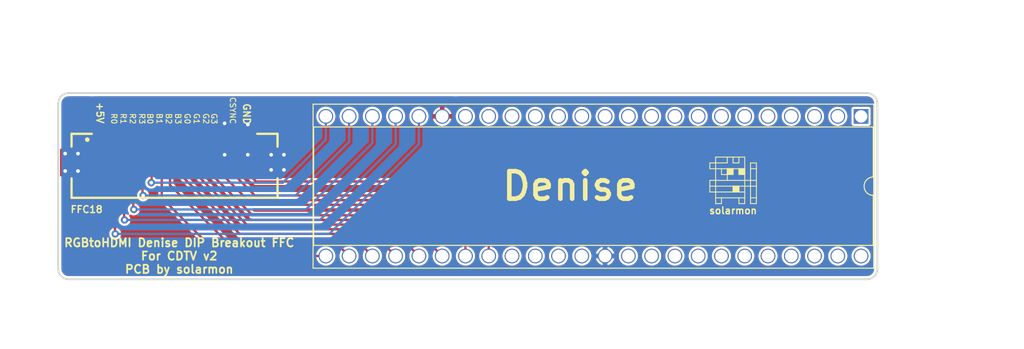
<source format=kicad_pcb>
(kicad_pcb (version 20171130) (host pcbnew "(5.1.12)-1")

  (general
    (thickness 1.6)
    (drawings 25)
    (tracks 78)
    (zones 0)
    (modules 3)
    (nets 49)
  )

  (page A4)
  (title_block
    (title "RGBtoHDMI Denise Adapter - CDTV")
    (date 2021-12-09)
    (rev v2)
  )

  (layers
    (0 F.Cu signal)
    (31 B.Cu signal)
    (32 B.Adhes user)
    (33 F.Adhes user)
    (34 B.Paste user)
    (35 F.Paste user)
    (36 B.SilkS user)
    (37 F.SilkS user)
    (38 B.Mask user)
    (39 F.Mask user)
    (40 Dwgs.User user)
    (41 Cmts.User user)
    (42 Eco1.User user)
    (43 Eco2.User user)
    (44 Edge.Cuts user)
    (45 Margin user)
    (46 B.CrtYd user hide)
    (47 F.CrtYd user hide)
    (48 B.Fab user hide)
    (49 F.Fab user hide)
  )

  (setup
    (last_trace_width 0.25)
    (user_trace_width 0.4)
    (user_trace_width 0.5)
    (user_trace_width 1)
    (trace_clearance 0.2)
    (zone_clearance 0.254)
    (zone_45_only no)
    (trace_min 0.2)
    (via_size 0.8)
    (via_drill 0.4)
    (via_min_size 0.4)
    (via_min_drill 0.3)
    (user_via 0.6 0.3)
    (user_via 1 0.4)
    (user_via 1.6 0.6)
    (uvia_size 0.3)
    (uvia_drill 0.1)
    (uvias_allowed no)
    (uvia_min_size 0.2)
    (uvia_min_drill 0.1)
    (edge_width 0.15)
    (segment_width 0.2)
    (pcb_text_width 0.3)
    (pcb_text_size 1.5 1.5)
    (mod_edge_width 0.15)
    (mod_text_size 1 1)
    (mod_text_width 0.15)
    (pad_size 1.6 1.6)
    (pad_drill 0.8)
    (pad_to_mask_clearance 0.15)
    (aux_axis_origin 161.925 85.725)
    (grid_origin 161.925 85.725)
    (visible_elements 7FFFFFFF)
    (pcbplotparams
      (layerselection 0x010f0_ffffffff)
      (usegerberextensions false)
      (usegerberattributes false)
      (usegerberadvancedattributes false)
      (creategerberjobfile false)
      (excludeedgelayer true)
      (linewidth 0.100000)
      (plotframeref false)
      (viasonmask false)
      (mode 1)
      (useauxorigin false)
      (hpglpennumber 1)
      (hpglpenspeed 20)
      (hpglpendiameter 15.000000)
      (psnegative false)
      (psa4output false)
      (plotreference true)
      (plotvalue true)
      (plotinvisibletext false)
      (padsonsilk false)
      (subtractmaskfromsilk false)
      (outputformat 3)
      (mirror false)
      (drillshape 0)
      (scaleselection 1)
      (outputdirectory "./gerber"))
  )

  (net 0 "")
  (net 1 GND)
  (net 2 /B0)
  (net 3 /R3)
  (net 4 /R2)
  (net 5 /R1)
  (net 6 /R0)
  (net 7 +5V)
  (net 8 "Net-(JDenise1-Pad18)")
  (net 9 "Net-(JDenise1-Pad17)")
  (net 10 "Net-(JDenise1-Pad16)")
  (net 11 "Net-(JDenise1-Pad15)")
  (net 12 "Net-(JDenise1-Pad14)")
  (net 13 "Net-(JDenise1-Pad12)")
  (net 14 "Net-(JDenise1-Pad11)")
  (net 15 /CDAC)
  (net 16 "Net-(JDenise1-Pad10)")
  (net 17 "Net-(JDenise1-Pad9)")
  (net 18 /CSYNC)
  (net 19 "Net-(JDenise1-Pad8)")
  (net 20 /G3)
  (net 21 "Net-(JDenise1-Pad7)")
  (net 22 /G2)
  (net 23 "Net-(JDenise1-Pad6)")
  (net 24 /G1)
  (net 25 "Net-(JDenise1-Pad5)")
  (net 26 /G0)
  (net 27 "Net-(JDenise1-Pad4)")
  (net 28 /B3)
  (net 29 "Net-(JDenise1-Pad3)")
  (net 30 /B2)
  (net 31 "Net-(JDenise1-Pad2)")
  (net 32 /B1)
  (net 33 "Net-(JDenise1-Pad1)")
  (net 34 /7M)
  (net 35 "Net-(JDenise1-Pad33)")
  (net 36 "Net-(JDenise1-Pad36)")
  (net 37 "Net-(JDenise1-Pad13)")
  (net 38 "Net-(JDenise1-Pad38)")
  (net 39 "Net-(JDenise1-Pad39)")
  (net 40 "Net-(JDenise1-Pad40)")
  (net 41 "Net-(JDenise1-Pad41)")
  (net 42 "Net-(JDenise1-Pad42)")
  (net 43 "Net-(JDenise1-Pad43)")
  (net 44 "Net-(JDenise1-Pad44)")
  (net 45 "Net-(JDenise1-Pad45)")
  (net 46 "Net-(JDenise1-Pad46)")
  (net 47 "Net-(JDenise1-Pad47)")
  (net 48 "Net-(JDenise1-Pad48)")

  (net_class Default "Dies ist die voreingestellte Netzklasse."
    (clearance 0.2)
    (trace_width 0.25)
    (via_dia 0.8)
    (via_drill 0.4)
    (uvia_dia 0.3)
    (uvia_drill 0.1)
    (add_net +5V)
    (add_net /7M)
    (add_net /B0)
    (add_net /B1)
    (add_net /B2)
    (add_net /B3)
    (add_net /CDAC)
    (add_net /CSYNC)
    (add_net /G0)
    (add_net /G1)
    (add_net /G2)
    (add_net /G3)
    (add_net /R0)
    (add_net /R1)
    (add_net /R2)
    (add_net /R3)
    (add_net GND)
    (add_net "Net-(JDenise1-Pad1)")
    (add_net "Net-(JDenise1-Pad10)")
    (add_net "Net-(JDenise1-Pad11)")
    (add_net "Net-(JDenise1-Pad12)")
    (add_net "Net-(JDenise1-Pad13)")
    (add_net "Net-(JDenise1-Pad14)")
    (add_net "Net-(JDenise1-Pad15)")
    (add_net "Net-(JDenise1-Pad16)")
    (add_net "Net-(JDenise1-Pad17)")
    (add_net "Net-(JDenise1-Pad18)")
    (add_net "Net-(JDenise1-Pad2)")
    (add_net "Net-(JDenise1-Pad3)")
    (add_net "Net-(JDenise1-Pad33)")
    (add_net "Net-(JDenise1-Pad36)")
    (add_net "Net-(JDenise1-Pad38)")
    (add_net "Net-(JDenise1-Pad39)")
    (add_net "Net-(JDenise1-Pad4)")
    (add_net "Net-(JDenise1-Pad40)")
    (add_net "Net-(JDenise1-Pad41)")
    (add_net "Net-(JDenise1-Pad42)")
    (add_net "Net-(JDenise1-Pad43)")
    (add_net "Net-(JDenise1-Pad44)")
    (add_net "Net-(JDenise1-Pad45)")
    (add_net "Net-(JDenise1-Pad46)")
    (add_net "Net-(JDenise1-Pad47)")
    (add_net "Net-(JDenise1-Pad48)")
    (add_net "Net-(JDenise1-Pad5)")
    (add_net "Net-(JDenise1-Pad6)")
    (add_net "Net-(JDenise1-Pad7)")
    (add_net "Net-(JDenise1-Pad8)")
    (add_net "Net-(JDenise1-Pad9)")
  )

  (module solarmon_library:solarmon-logo-25mils (layer F.Cu) (tedit 60832A59) (tstamp 61B2FA6B)
    (at 147.955 78.105)
    (fp_text reference solarmon (at 0 2.667) (layer F.SilkS)
      (effects (font (size 0.75 0.75) (thickness 0.15)))
    )
    (fp_text value solarmon-logo-25mils (at -0.635 -5.08) (layer F.Fab)
      (effects (font (size 1 1) (thickness 0.15)))
    )
    (fp_line (start -2.54 -2.54) (end -0.635 -2.54) (layer F.SilkS) (width 0.1))
    (fp_line (start -1.905 -3.175) (end -1.905 1.905) (layer F.SilkS) (width 0.1))
    (fp_line (start 1.27 -1.905) (end -2.54 -1.905) (layer F.SilkS) (width 0.1))
    (fp_line (start -2.54 -1.905) (end -2.54 -2.54) (layer F.SilkS) (width 0.1))
    (fp_line (start -1.905 -3.175) (end 1.27 -3.175) (layer F.SilkS) (width 0.1))
    (fp_line (start -0.635 -3.175) (end -0.635 -2.54) (layer F.SilkS) (width 0.1))
    (fp_line (start 0 -3.175) (end 0 -2.54) (layer F.SilkS) (width 0.1))
    (fp_line (start 0 -2.54) (end 0.635 -2.54) (layer F.SilkS) (width 0.1))
    (fp_line (start 0.635 -3.175) (end 0.635 -2.54) (layer F.SilkS) (width 0.1))
    (fp_line (start 1.27 -3.175) (end 1.27 1.905) (layer F.SilkS) (width 0.1))
    (fp_line (start -1.27 -1.905) (end -1.27 -1.27) (layer F.SilkS) (width 0.1))
    (fp_line (start -1.27 -1.27) (end 0 -1.27) (layer F.SilkS) (width 0.1))
    (fp_line (start -0.635 -1.905) (end -0.635 -0.635) (layer F.SilkS) (width 0.1))
    (fp_line (start 0 -1.905) (end 0 -1.27) (layer F.SilkS) (width 0.1))
    (fp_line (start 0.635 -1.905) (end 0.635 -1.27) (layer F.SilkS) (width 0.1))
    (fp_line (start -2.54 -0.635) (end 2.54 -0.635) (layer F.SilkS) (width 0.1))
    (fp_line (start -2.54 0.635) (end -2.54 -0.635) (layer F.SilkS) (width 0.1))
    (fp_line (start -2.54 0) (end 2.54 0) (layer F.SilkS) (width 0.1))
    (fp_line (start -2.54 0.635) (end 1.27 0.635) (layer F.SilkS) (width 0.1))
    (fp_line (start -1.905 1.27) (end 1.27 1.27) (layer F.SilkS) (width 0.1))
    (fp_line (start -1.27 1.27) (end -1.27 1.905) (layer F.SilkS) (width 0.1))
    (fp_line (start 0.635 1.27) (end 0.635 1.905) (layer F.SilkS) (width 0.1))
    (fp_line (start -1.905 1.905) (end -1.27 1.905) (layer F.SilkS) (width 0.1))
    (fp_line (start 0.635 1.905) (end 1.27 1.905) (layer F.SilkS) (width 0.1))
    (fp_line (start 1.905 1.905) (end 2.54 1.905) (layer F.SilkS) (width 0.1))
    (fp_line (start 1.905 -2.54) (end 1.905 1.905) (layer F.SilkS) (width 0.1))
    (fp_line (start 2.54 -2.54) (end 2.54 1.905) (layer F.SilkS) (width 0.1))
    (fp_line (start 1.905 -2.54) (end 2.54 -2.54) (layer F.SilkS) (width 0.1))
    (fp_line (start 1.905 -1.905) (end 2.54 -1.905) (layer F.SilkS) (width 0.1))
    (fp_line (start 1.905 1.27) (end 2.54 1.27) (layer F.SilkS) (width 0.1))
    (fp_line (start 0 0) (end 0 0.635) (layer F.SilkS) (width 0.1))
    (fp_line (start 0.635 0) (end 0.635 0.635) (layer F.SilkS) (width 0.1))
    (fp_poly (pts (xy 0 -1.27) (xy -0.635 -1.27) (xy -0.635 -1.905) (xy 0 -1.905)) (layer F.SilkS) (width 0.1))
    (fp_poly (pts (xy 1.27 -1.27) (xy 0.635 -1.27) (xy 0.635 -1.905) (xy 1.27 -1.905)) (layer F.SilkS) (width 0.1))
    (fp_poly (pts (xy 0.635 0.635) (xy 0 0.635) (xy 0 0) (xy 0.635 0)) (layer F.SilkS) (width 0.1))
    (fp_poly (pts (xy 0.635 -1.27) (xy 0 -1.27) (xy 0 -1.905) (xy 0.635 -1.905)) (layer F.Mask) (width 0.1))
    (fp_poly (pts (xy 0.635 -0.635) (xy 0 -0.635) (xy 0 -1.27) (xy 0.635 -1.27)) (layer F.Mask) (width 0.1))
    (fp_poly (pts (xy 1.27 -0.635) (xy 0.635 -0.635) (xy 0.635 -1.27) (xy 1.27 -1.27)) (layer F.Mask) (width 0.1))
    (fp_poly (pts (xy 0 -0.635) (xy -0.635 -0.635) (xy -0.635 -1.27) (xy 0 -1.27)) (layer F.Mask) (width 0.1))
    (fp_poly (pts (xy -0.635 -1.27) (xy -1.27 -1.27) (xy -1.27 -1.905) (xy -0.635 -1.905)) (layer F.Mask) (width 0.1))
    (fp_poly (pts (xy 2.54 -1.905) (xy 1.905 -1.905) (xy 1.905 -2.54) (xy 2.54 -2.54)) (layer F.Cu) (width 0.1))
    (fp_poly (pts (xy 2.54 1.905) (xy 1.905 1.905) (xy 1.905 1.27) (xy 2.54 1.27)) (layer F.Cu) (width 0.1))
    (fp_poly (pts (xy 1.27 -2.54) (xy 0.635 -2.54) (xy 0.635 -3.175) (xy 1.27 -3.175)) (layer F.Cu) (width 0.1))
    (fp_poly (pts (xy 1.27 -1.905) (xy 0.635 -1.905) (xy 0.635 -2.54) (xy 1.27 -2.54)) (layer F.Cu) (width 0.1))
    (fp_poly (pts (xy 0.635 -1.905) (xy 0 -1.905) (xy 0 -2.54) (xy 0.635 -2.54)) (layer F.Cu) (width 0.1))
    (fp_poly (pts (xy 0 -1.905) (xy -0.635 -1.905) (xy -0.635 -2.54) (xy 0 -2.54)) (layer F.Cu) (width 0.1))
    (fp_poly (pts (xy 0 -2.54) (xy -0.635 -2.54) (xy -0.635 -3.175) (xy 0 -3.175)) (layer F.Cu) (width 0.1))
    (fp_poly (pts (xy -0.635 -1.905) (xy -1.27 -1.905) (xy -1.27 -2.54) (xy -0.635 -2.54)) (layer F.Cu) (width 0.1))
    (fp_poly (pts (xy -1.27 -1.905) (xy -1.905 -1.905) (xy -1.905 -2.54) (xy -1.27 -2.54)) (layer F.Cu) (width 0.1))
    (fp_poly (pts (xy -1.27 0.635) (xy -1.905 0.635) (xy -1.905 0) (xy -1.27 0)) (layer F.Cu) (width 0.1))
    (fp_poly (pts (xy -0.635 0.635) (xy -1.27 0.635) (xy -1.27 0) (xy -0.635 0)) (layer F.Cu) (width 0.1))
    (fp_poly (pts (xy 0 0.635) (xy -0.635 0.635) (xy -0.635 0) (xy 0 0)) (layer F.Cu) (width 0.1))
    (fp_poly (pts (xy 1.27 0.635) (xy 0.635 0.635) (xy 0.635 0) (xy 1.27 0)) (layer F.Cu) (width 0.1))
    (fp_poly (pts (xy 1.27 1.905) (xy 0.635 1.905) (xy 0.635 1.27) (xy 1.27 1.27)) (layer F.Cu) (width 0.1))
    (fp_poly (pts (xy -1.27 1.905) (xy -1.905 1.905) (xy -1.905 1.27) (xy -1.27 1.27)) (layer F.Cu) (width 0.1))
    (fp_poly (pts (xy 2.54 -1.905) (xy 1.905 -1.905) (xy 1.905 -2.54) (xy 2.54 -2.54)) (layer F.Mask) (width 0.1))
    (fp_poly (pts (xy 2.54 1.905) (xy 1.905 1.905) (xy 1.905 1.27) (xy 2.54 1.27)) (layer F.Mask) (width 0.1))
    (fp_poly (pts (xy 1.27 -2.54) (xy 0.635 -2.54) (xy 0.635 -3.175) (xy 1.27 -3.175)) (layer F.Mask) (width 0.1))
    (fp_poly (pts (xy 1.27 -1.905) (xy 0.635 -1.905) (xy 0.635 -2.54) (xy 1.27 -2.54)) (layer F.Mask) (width 0.1))
    (fp_poly (pts (xy 0.635 -1.905) (xy 0 -1.905) (xy 0 -2.54) (xy 0.635 -2.54)) (layer F.Mask) (width 0.1))
    (fp_poly (pts (xy 0 -1.905) (xy -0.635 -1.905) (xy -0.635 -2.54) (xy 0 -2.54)) (layer F.Mask) (width 0.1))
    (fp_poly (pts (xy 0 -2.54) (xy -0.635 -2.54) (xy -0.635 -3.175) (xy 0 -3.175)) (layer F.Mask) (width 0.1))
    (fp_poly (pts (xy -0.635 -1.905) (xy -1.27 -1.905) (xy -1.27 -2.54) (xy -0.635 -2.54)) (layer F.Mask) (width 0.1))
    (fp_poly (pts (xy -1.27 -1.905) (xy -1.905 -1.905) (xy -1.905 -2.54) (xy -1.27 -2.54)) (layer F.Mask) (width 0.1))
    (fp_poly (pts (xy -1.905 0.635) (xy -2.54 0.635) (xy -2.54 0) (xy -1.905 0)) (layer F.Mask) (width 0.1))
    (fp_poly (pts (xy -1.27 1.905) (xy -1.905 1.905) (xy -1.905 1.27) (xy -1.27 1.27)) (layer F.Mask) (width 0.1))
    (fp_poly (pts (xy 1.27 1.905) (xy 0.635 1.905) (xy 0.635 1.27) (xy 1.27 1.27)) (layer F.Mask) (width 0.1))
    (fp_line (start 0.635 -1.27) (end 1.27 -1.27) (layer F.SilkS) (width 0.1))
    (fp_poly (pts (xy 2.54 0) (xy 1.905 0) (xy 1.905 -0.635) (xy 2.54 -0.635)) (layer F.Mask) (width 0.1))
  )

  (module solarmon_library:DIP-48_W15.24mm_Socket_Turned_Pins (layer F.Cu) (tedit 602AFAB0) (tstamp 61B26F03)
    (at 161.925 70.485 270)
    (descr "48-lead though-hole mounted DIP package, row spacing 15.24 mm (600 mils), Socket")
    (tags "THT DIP DIL PDIP 2.54mm 15.24mm 600mil Socket")
    (path /61B292B4)
    (fp_text reference JDenise1 (at 7.747 31.623 180) (layer F.SilkS) hide
      (effects (font (size 2 1.7) (thickness 0.3)))
    )
    (fp_text value Conn_02x24_Counter_Clockwise (at 7.62 60.75 270) (layer F.Fab)
      (effects (font (size 1 1) (thickness 0.15)))
    )
    (fp_line (start 16.8 -1.6) (end -1.55 -1.6) (layer F.CrtYd) (width 0.05))
    (fp_line (start 16.8 60) (end 16.8 -1.6) (layer F.CrtYd) (width 0.05))
    (fp_line (start -1.55 60) (end 16.8 60) (layer F.CrtYd) (width 0.05))
    (fp_line (start -1.55 -1.6) (end -1.55 60) (layer F.CrtYd) (width 0.05))
    (fp_line (start 16.57 -1.39) (end -1.33 -1.39) (layer F.SilkS) (width 0.12))
    (fp_line (start 16.57 59.81) (end 16.57 -1.39) (layer F.SilkS) (width 0.12))
    (fp_line (start -1.33 59.81) (end 16.57 59.81) (layer F.SilkS) (width 0.12))
    (fp_line (start -1.33 -1.39) (end -1.33 59.81) (layer F.SilkS) (width 0.12))
    (fp_line (start 14.08 -1.33) (end 8.62 -1.33) (layer F.SilkS) (width 0.12))
    (fp_line (start 14.08 59.75) (end 14.08 -1.33) (layer F.SilkS) (width 0.12))
    (fp_line (start 1.16 59.75) (end 14.08 59.75) (layer F.SilkS) (width 0.12))
    (fp_line (start 1.16 -1.33) (end 1.16 59.75) (layer F.SilkS) (width 0.12))
    (fp_line (start 6.62 -1.33) (end 1.16 -1.33) (layer F.SilkS) (width 0.12))
    (fp_line (start 16.51 -1.33) (end -1.27 -1.33) (layer F.Fab) (width 0.1))
    (fp_line (start 16.51 59.75) (end 16.51 -1.33) (layer F.Fab) (width 0.1))
    (fp_line (start -1.27 59.75) (end 16.51 59.75) (layer F.Fab) (width 0.1))
    (fp_line (start -1.27 -1.33) (end -1.27 59.75) (layer F.Fab) (width 0.1))
    (fp_line (start 0.255 -0.27) (end 1.255 -1.27) (layer F.Fab) (width 0.1))
    (fp_line (start 0.255 59.69) (end 0.255 -0.27) (layer F.Fab) (width 0.1))
    (fp_line (start 14.985 59.69) (end 0.255 59.69) (layer F.Fab) (width 0.1))
    (fp_line (start 14.985 -1.27) (end 14.985 59.69) (layer F.Fab) (width 0.1))
    (fp_line (start 1.255 -1.27) (end 14.985 -1.27) (layer F.Fab) (width 0.1))
    (fp_arc (start 7.62 -1.33) (end 6.62 -1.33) (angle -180) (layer F.SilkS) (width 0.12))
    (fp_text user %R (at 7.62 29.21 270) (layer F.Fab)
      (effects (font (size 1 1) (thickness 0.15)))
    )
    (pad 1 thru_hole rect (at 0 0 270) (size 1.6 1.6) (drill 1.36) (layers *.Cu *.Mask)
      (net 33 "Net-(JDenise1-Pad1)"))
    (pad 25 thru_hole oval (at 15.24 58.42 270) (size 1.6 1.6) (drill 1.36) (layers *.Cu *.Mask)
      (net 32 /B1))
    (pad 2 thru_hole oval (at 0 2.54 270) (size 1.6 1.6) (drill 1.36) (layers *.Cu *.Mask)
      (net 31 "Net-(JDenise1-Pad2)"))
    (pad 26 thru_hole oval (at 15.24 55.88 270) (size 1.6 1.6) (drill 1.36) (layers *.Cu *.Mask)
      (net 30 /B2))
    (pad 3 thru_hole oval (at 0 5.08 270) (size 1.6 1.6) (drill 1.36) (layers *.Cu *.Mask)
      (net 29 "Net-(JDenise1-Pad3)"))
    (pad 27 thru_hole oval (at 15.24 53.34 270) (size 1.6 1.6) (drill 1.36) (layers *.Cu *.Mask)
      (net 28 /B3))
    (pad 4 thru_hole oval (at 0 7.62 270) (size 1.6 1.6) (drill 1.36) (layers *.Cu *.Mask)
      (net 27 "Net-(JDenise1-Pad4)"))
    (pad 28 thru_hole oval (at 15.24 50.8 270) (size 1.6 1.6) (drill 1.36) (layers *.Cu *.Mask)
      (net 26 /G0))
    (pad 5 thru_hole oval (at 0 10.16 270) (size 1.6 1.6) (drill 1.36) (layers *.Cu *.Mask)
      (net 25 "Net-(JDenise1-Pad5)"))
    (pad 29 thru_hole oval (at 15.24 48.26 270) (size 1.6 1.6) (drill 1.36) (layers *.Cu *.Mask)
      (net 24 /G1))
    (pad 6 thru_hole oval (at 0 12.7 270) (size 1.6 1.6) (drill 1.36) (layers *.Cu *.Mask)
      (net 23 "Net-(JDenise1-Pad6)"))
    (pad 30 thru_hole oval (at 15.24 45.72 270) (size 1.6 1.6) (drill 1.36) (layers *.Cu *.Mask)
      (net 22 /G2))
    (pad 7 thru_hole oval (at 0 15.24 270) (size 1.6 1.6) (drill 1.36) (layers *.Cu *.Mask)
      (net 21 "Net-(JDenise1-Pad7)"))
    (pad 31 thru_hole oval (at 15.24 43.18 270) (size 1.6 1.6) (drill 1.36) (layers *.Cu *.Mask)
      (net 20 /G3))
    (pad 8 thru_hole oval (at 0 17.78 270) (size 1.6 1.6) (drill 1.36) (layers *.Cu *.Mask)
      (net 19 "Net-(JDenise1-Pad8)"))
    (pad 32 thru_hole oval (at 15.24 40.64 270) (size 1.6 1.6) (drill 1.36) (layers *.Cu *.Mask)
      (net 18 /CSYNC))
    (pad 9 thru_hole oval (at 0 20.32 270) (size 1.6 1.6) (drill 1.36) (layers *.Cu *.Mask)
      (net 17 "Net-(JDenise1-Pad9)"))
    (pad 33 thru_hole oval (at 15.24 38.1 270) (size 1.6 1.6) (drill 1.36) (layers *.Cu *.Mask)
      (net 35 "Net-(JDenise1-Pad33)"))
    (pad 10 thru_hole oval (at 0 22.86 270) (size 1.6 1.6) (drill 1.36) (layers *.Cu *.Mask)
      (net 16 "Net-(JDenise1-Pad10)"))
    (pad 34 thru_hole oval (at 15.24 35.56 270) (size 1.6 1.6) (drill 1.36) (layers *.Cu *.Mask)
      (net 15 /CDAC))
    (pad 11 thru_hole oval (at 0 25.4 270) (size 1.6 1.6) (drill 1.36) (layers *.Cu *.Mask)
      (net 14 "Net-(JDenise1-Pad11)"))
    (pad 35 thru_hole oval (at 15.24 33.02 270) (size 1.6 1.6) (drill 1.36) (layers *.Cu *.Mask)
      (net 34 /7M))
    (pad 12 thru_hole oval (at 0 27.94 270) (size 1.6 1.6) (drill 1.36) (layers *.Cu *.Mask)
      (net 13 "Net-(JDenise1-Pad12)"))
    (pad 36 thru_hole oval (at 15.24 30.48 270) (size 1.6 1.6) (drill 1.36) (layers *.Cu *.Mask)
      (net 36 "Net-(JDenise1-Pad36)"))
    (pad 13 thru_hole oval (at 0 30.48 270) (size 1.6 1.6) (drill 1.36) (layers *.Cu *.Mask)
      (net 37 "Net-(JDenise1-Pad13)"))
    (pad 37 thru_hole oval (at 15.24 27.94 270) (size 1.6 1.6) (drill 1.36) (layers *.Cu *.Mask)
      (net 1 GND))
    (pad 14 thru_hole oval (at 0 33.02 270) (size 1.6 1.6) (drill 1.36) (layers *.Cu *.Mask)
      (net 12 "Net-(JDenise1-Pad14)"))
    (pad 38 thru_hole oval (at 15.24 25.4 270) (size 1.6 1.6) (drill 1.36) (layers *.Cu *.Mask)
      (net 38 "Net-(JDenise1-Pad38)"))
    (pad 15 thru_hole oval (at 0 35.56 270) (size 1.6 1.6) (drill 1.36) (layers *.Cu *.Mask)
      (net 11 "Net-(JDenise1-Pad15)"))
    (pad 39 thru_hole oval (at 15.24 22.86 270) (size 1.6 1.6) (drill 1.36) (layers *.Cu *.Mask)
      (net 39 "Net-(JDenise1-Pad39)"))
    (pad 16 thru_hole oval (at 0 38.1 270) (size 1.6 1.6) (drill 1.36) (layers *.Cu *.Mask)
      (net 10 "Net-(JDenise1-Pad16)"))
    (pad 40 thru_hole oval (at 15.24 20.32 270) (size 1.6 1.6) (drill 1.36) (layers *.Cu *.Mask)
      (net 40 "Net-(JDenise1-Pad40)"))
    (pad 17 thru_hole oval (at 0 40.64 270) (size 1.6 1.6) (drill 1.36) (layers *.Cu *.Mask)
      (net 9 "Net-(JDenise1-Pad17)"))
    (pad 41 thru_hole oval (at 15.24 17.78 270) (size 1.6 1.6) (drill 1.36) (layers *.Cu *.Mask)
      (net 41 "Net-(JDenise1-Pad41)"))
    (pad 18 thru_hole oval (at 0 43.18 270) (size 1.6 1.6) (drill 1.36) (layers *.Cu *.Mask)
      (net 8 "Net-(JDenise1-Pad18)"))
    (pad 42 thru_hole oval (at 15.24 15.24 270) (size 1.6 1.6) (drill 1.36) (layers *.Cu *.Mask)
      (net 42 "Net-(JDenise1-Pad42)"))
    (pad 19 thru_hole oval (at 0 45.72 270) (size 1.6 1.6) (drill 1.36) (layers *.Cu *.Mask)
      (net 7 +5V))
    (pad 43 thru_hole oval (at 15.24 12.7 270) (size 1.6 1.6) (drill 1.36) (layers *.Cu *.Mask)
      (net 43 "Net-(JDenise1-Pad43)"))
    (pad 20 thru_hole oval (at 0 48.26 270) (size 1.6 1.6) (drill 1.36) (layers *.Cu *.Mask)
      (net 6 /R0))
    (pad 44 thru_hole oval (at 15.24 10.16 270) (size 1.6 1.6) (drill 1.36) (layers *.Cu *.Mask)
      (net 44 "Net-(JDenise1-Pad44)"))
    (pad 21 thru_hole oval (at 0 50.8 270) (size 1.6 1.6) (drill 1.36) (layers *.Cu *.Mask)
      (net 5 /R1))
    (pad 45 thru_hole oval (at 15.24 7.62 270) (size 1.6 1.6) (drill 1.36) (layers *.Cu *.Mask)
      (net 45 "Net-(JDenise1-Pad45)"))
    (pad 22 thru_hole oval (at 0 53.34 270) (size 1.6 1.6) (drill 1.36) (layers *.Cu *.Mask)
      (net 4 /R2))
    (pad 46 thru_hole oval (at 15.24 5.08 270) (size 1.6 1.6) (drill 1.36) (layers *.Cu *.Mask)
      (net 46 "Net-(JDenise1-Pad46)"))
    (pad 23 thru_hole oval (at 0 55.88 270) (size 1.6 1.6) (drill 1.36) (layers *.Cu *.Mask)
      (net 3 /R3))
    (pad 47 thru_hole oval (at 15.24 2.54 270) (size 1.6 1.6) (drill 1.36) (layers *.Cu *.Mask)
      (net 47 "Net-(JDenise1-Pad47)"))
    (pad 24 thru_hole oval (at 0 58.42 270) (size 1.6 1.6) (drill 1.36) (layers *.Cu *.Mask)
      (net 2 /B0))
    (pad 48 thru_hole oval (at 15.24 0 270) (size 1.6 1.6) (drill 1.36) (layers *.Cu *.Mask)
      (net 48 "Net-(JDenise1-Pad48)"))
    (model ${KISYS3DMOD}/DIP48-Turned-Pins.step
      (offset (xyz 0 0 -4))
      (scale (xyz 1 1 1))
      (rotate (xyz 0 0 0))
    )
    (model ${KISYS3DMOD}/Package_DIP.3dshapes/DIP-48_W15.24mm.step
      (at (xyz 0 0 0))
      (scale (xyz 1 1 1))
      (rotate (xyz 0 0 0))
    )
  )

  (module solarmon_library:FPC-SMD_X10B25U18T (layer F.Cu) (tedit 60959F4E) (tstamp 60844B40)
    (at 86.995 73.025 180)
    (path /60883755)
    (attr smd)
    (fp_text reference FFC18 (at 11.43 -7.62 180) (layer F.SilkS)
      (effects (font (size 0.75 0.75) (thickness 0.15)) (justify left))
    )
    (fp_text value Conn_01x18 (at 4.318 -3.937 180) (layer F.Fab) hide
      (effects (font (size 1.143 1.143) (thickness 0.152)) (justify left))
    )
    (fp_line (start -11.24 -0.764) (end -11.24 0.635) (layer F.SilkS) (width 0.254))
    (fp_line (start -11.24 0.635) (end -9.031 0.635) (layer F.SilkS) (width 0.254))
    (fp_line (start -11.24 -6.35) (end -11.24 -4.226) (layer F.SilkS) (width 0.254))
    (fp_line (start 11.24 -6.35) (end -11.24 -6.35) (layer F.SilkS) (width 0.254))
    (fp_line (start 11.24 0.635) (end 9.031 0.635) (layer F.SilkS) (width 0.254))
    (fp_line (start 11.24 -4.226) (end 11.24 -6.35) (layer F.SilkS) (width 0.254))
    (fp_line (start 11.24 0.635) (end 11.24 -0.764) (layer F.SilkS) (width 0.254))
    (fp_circle (center 9.525 0) (end 9.398 0) (layer F.SilkS) (width 0.254))
    (pad MP smd rect (at 11.25 -2.495) (size 2.5 3) (layers F.Cu F.Paste F.Mask)
      (net 1 GND) (zone_connect 2))
    (pad MP smd rect (at -11.25 -2.495) (size 2.5 3) (layers F.Cu F.Paste F.Mask)
      (net 1 GND) (zone_connect 2))
    (pad 18 smd rect (at -8.5 -0.045) (size 0.6 2) (layers F.Cu F.Paste F.Mask)
      (net 1 GND))
    (pad 17 smd rect (at -7.5 -0.045) (size 0.6 2) (layers F.Cu F.Paste F.Mask)
      (net 1 GND))
    (pad 16 smd rect (at -6.5 -0.045) (size 0.6 2) (layers F.Cu F.Paste F.Mask)
      (net 18 /CSYNC))
    (pad 15 smd rect (at -5.5 -0.045) (size 0.6 2) (layers F.Cu F.Paste F.Mask)
      (net 1 GND))
    (pad 14 smd rect (at -4.5 -0.045) (size 0.6 2) (layers F.Cu F.Paste F.Mask)
      (net 20 /G3))
    (pad 13 smd rect (at -3.5 -0.045) (size 0.6 2) (layers F.Cu F.Paste F.Mask)
      (net 22 /G2))
    (pad 12 smd rect (at -2.5 -0.045) (size 0.6 2) (layers F.Cu F.Paste F.Mask)
      (net 24 /G1))
    (pad 11 smd rect (at -1.5 -0.045) (size 0.6 2) (layers F.Cu F.Paste F.Mask)
      (net 26 /G0))
    (pad 10 smd rect (at -0.5 -0.045) (size 0.6 2) (layers F.Cu F.Paste F.Mask)
      (net 28 /B3))
    (pad 9 smd rect (at 0.5 -0.045) (size 0.6 2) (layers F.Cu F.Paste F.Mask)
      (net 30 /B2))
    (pad 8 smd rect (at 1.5 -0.045) (size 0.6 2) (layers F.Cu F.Paste F.Mask)
      (net 32 /B1))
    (pad 7 smd rect (at 2.5 -0.045) (size 0.6 2) (layers F.Cu F.Paste F.Mask)
      (net 2 /B0))
    (pad 6 smd rect (at 3.5 -0.045) (size 0.6 2) (layers F.Cu F.Paste F.Mask)
      (net 3 /R3))
    (pad 5 smd rect (at 4.5 -0.045) (size 0.6 2) (layers F.Cu F.Paste F.Mask)
      (net 4 /R2))
    (pad 4 smd rect (at 5.5 -0.045) (size 0.6 2) (layers F.Cu F.Paste F.Mask)
      (net 5 /R1))
    (pad 3 smd rect (at 6.5 -0.045) (size 0.6 2) (layers F.Cu F.Paste F.Mask)
      (net 6 /R0))
    (pad 2 smd rect (at 7.5 -0.045) (size 0.6 2) (layers F.Cu F.Paste F.Mask)
      (net 7 +5V))
    (pad 1 smd rect (at 8.5 -0.045) (size 0.6 2) (layers F.Cu F.Paste F.Mask)
      (net 7 +5V))
    (model ${KISYS3DMOD}/Connector_FFC-FPC.3dshapes/TE_1-84952-8_1x18-1MP_P1.0mm_Horizontal.step
      (offset (xyz 0 1.5 0))
      (scale (xyz 1 1 1))
      (rotate (xyz 0 0 180))
    )
  )

  (gr_text Denise (at 130.175 78.105) (layer F.SilkS) (tstamp 61B294AE)
    (effects (font (size 3 3) (thickness 0.5)))
  )
  (gr_text "RGBtoHDMI Denise DIP Breakout FFC\nFor CDTV v2\nPCB by solarmon" (at 87.503 85.725) (layer F.SilkS)
    (effects (font (size 0.9 0.9) (thickness 0.1875)))
  )
  (gr_text R2 (at 82.423 70.739 270) (layer F.SilkS) (tstamp 60849CC6)
    (effects (font (size 0.6 0.6) (thickness 0.1)))
  )
  (gr_text R3 (at 83.439 70.739 270) (layer F.SilkS) (tstamp 60849CC5)
    (effects (font (size 0.6 0.6) (thickness 0.1)))
  )
  (gr_text R0 (at 80.391 70.739 270) (layer F.SilkS) (tstamp 60849CC4)
    (effects (font (size 0.6 0.6) (thickness 0.1)))
  )
  (gr_text R1 (at 81.407 70.739 270) (layer F.SilkS) (tstamp 60849CC3)
    (effects (font (size 0.6 0.6) (thickness 0.1)))
  )
  (gr_text B3 (at 87.376 70.739 270) (layer F.SilkS) (tstamp 60849CB3)
    (effects (font (size 0.6 0.6) (thickness 0.1)))
  )
  (gr_text B2 (at 86.36 70.739 270) (layer F.SilkS) (tstamp 60849CB2)
    (effects (font (size 0.6 0.6) (thickness 0.1)))
  )
  (gr_text B1 (at 85.344 70.739 270) (layer F.SilkS) (tstamp 60849CB1)
    (effects (font (size 0.6 0.6) (thickness 0.1)))
  )
  (gr_text B0 (at 84.328 70.739 270) (layer F.SilkS) (tstamp 60849CB0)
    (effects (font (size 0.6 0.6) (thickness 0.1)))
  )
  (gr_text G0 (at 88.392 70.739 270) (layer F.SilkS) (tstamp 60849CAA)
    (effects (font (size 0.6 0.6) (thickness 0.1)))
  )
  (gr_text G1 (at 89.408 70.739 270) (layer F.SilkS) (tstamp 60849CA7)
    (effects (font (size 0.6 0.6) (thickness 0.1)))
  )
  (gr_text G2 (at 90.424 70.739 270) (layer F.SilkS) (tstamp 60849CA4)
    (effects (font (size 0.6 0.6) (thickness 0.1)))
  )
  (gr_text G3 (at 91.313 70.739 270) (layer F.SilkS) (tstamp 60849841)
    (effects (font (size 0.6 0.6) (thickness 0.1)))
  )
  (gr_text CSYNC (at 93.345 69.85 270) (layer F.SilkS) (tstamp 60849837)
    (effects (font (size 0.6 0.6) (thickness 0.1)))
  )
  (gr_text GND (at 94.869 70.231 270) (layer F.SilkS) (tstamp 6084967C)
    (effects (font (size 0.75 0.75) (thickness 0.15)))
  )
  (gr_text +5V (at 78.867 70.104 270) (layer F.SilkS)
    (effects (font (size 0.75 0.75) (thickness 0.15)))
  )
  (gr_arc (start 75.438 69.088) (end 75.438 67.945) (angle -90) (layer Edge.Cuts) (width 0.2) (tstamp 605282F0))
  (gr_arc (start 75.438 87.122) (end 74.295 87.122) (angle -90) (layer Edge.Cuts) (width 0.2) (tstamp 605282E5))
  (gr_arc (start 162.56 87.122) (end 162.56 88.265) (angle -90) (layer Edge.Cuts) (width 0.2) (tstamp 60527BA4))
  (gr_arc (start 162.56 69.088) (end 163.703 69.088) (angle -90) (layer Edge.Cuts) (width 0.2))
  (gr_line (start 162.56 88.265) (end 75.438 88.265) (layer Edge.Cuts) (width 0.2))
  (gr_line (start 163.703 69.088) (end 163.703 87.122) (layer Edge.Cuts) (width 0.2))
  (gr_line (start 162.56 67.945) (end 75.438 67.945) (layer Edge.Cuts) (width 0.2))
  (gr_line (start 74.295 69.088) (end 74.295 87.122) (layer Edge.Cuts) (width 0.2))

  (via (at 97.536 76.327) (size 0.8) (drill 0.4) (layers F.Cu B.Cu) (net 1))
  (via (at 98.933 76.327) (size 0.8) (drill 0.4) (layers F.Cu B.Cu) (net 1))
  (via (at 98.933 74.676) (size 0.8) (drill 0.4) (layers F.Cu B.Cu) (net 1))
  (via (at 97.536 74.676) (size 0.8) (drill 0.4) (layers F.Cu B.Cu) (net 1))
  (via (at 75.057 76.454) (size 0.8) (drill 0.4) (layers F.Cu B.Cu) (net 1))
  (via (at 76.454 76.454) (size 0.8) (drill 0.4) (layers F.Cu B.Cu) (net 1))
  (via (at 76.454 74.549) (size 0.8) (drill 0.4) (layers F.Cu B.Cu) (net 1))
  (via (at 75.057 74.549) (size 0.8) (drill 0.4) (layers F.Cu B.Cu) (net 1))
  (via (at 92.456 74.676) (size 0.8) (drill 0.4) (layers F.Cu B.Cu) (net 1))
  (via (at 92.456 71.247) (size 0.8) (drill 0.4) (layers F.Cu B.Cu) (net 1))
  (via (at 94.996 74.676) (size 0.8) (drill 0.4) (layers F.Cu B.Cu) (net 1))
  (via (at 94.996 71.374) (size 0.8) (drill 0.4) (layers F.Cu B.Cu) (net 1))
  (segment (start 84.495 77.684) (end 84.455 77.724) (width 0.25) (layer F.Cu) (net 2))
  (segment (start 84.495 73.07) (end 84.495 77.684) (width 0.25) (layer F.Cu) (net 2))
  (via (at 84.455 77.724) (size 0.8) (drill 0.4) (layers F.Cu B.Cu) (net 2))
  (segment (start 98.806 77.724) (end 84.455 77.724) (width 0.25) (layer B.Cu) (net 2))
  (segment (start 103.505 73.025) (end 98.806 77.724) (width 0.25) (layer B.Cu) (net 2))
  (segment (start 103.505 70.485) (end 103.505 73.025) (width 0.25) (layer B.Cu) (net 2))
  (via (at 83.566 79.121) (size 0.8) (drill 0.4) (layers F.Cu B.Cu) (net 3))
  (segment (start 83.495 73.07) (end 83.495 79.05) (width 0.25) (layer F.Cu) (net 3))
  (segment (start 83.495 79.05) (end 83.566 79.121) (width 0.25) (layer F.Cu) (net 3))
  (segment (start 100.203 79.121) (end 83.566 79.121) (width 0.25) (layer B.Cu) (net 3))
  (segment (start 106.045 73.279) (end 100.203 79.121) (width 0.25) (layer B.Cu) (net 3))
  (segment (start 106.045 70.485) (end 106.045 73.279) (width 0.25) (layer B.Cu) (net 3))
  (via (at 82.550004 80.645) (size 0.8) (drill 0.4) (layers F.Cu B.Cu) (net 4))
  (segment (start 82.495 73.07) (end 82.495 80.589996) (width 0.25) (layer F.Cu) (net 4))
  (segment (start 82.495 80.589996) (end 82.550004 80.645) (width 0.25) (layer F.Cu) (net 4))
  (segment (start 101.346 80.645) (end 82.550004 80.645) (width 0.25) (layer B.Cu) (net 4))
  (segment (start 108.585 73.406) (end 101.346 80.645) (width 0.25) (layer B.Cu) (net 4))
  (segment (start 108.585 70.485) (end 108.585 73.406) (width 0.25) (layer B.Cu) (net 4))
  (segment (start 81.495 81.749) (end 81.534 81.788) (width 0.25) (layer F.Cu) (net 5))
  (segment (start 81.495 73.07) (end 81.495 81.749) (width 0.25) (layer F.Cu) (net 5))
  (via (at 81.534 81.788) (size 0.8) (drill 0.4) (layers F.Cu B.Cu) (net 5))
  (segment (start 102.87 81.788) (end 81.534 81.788) (width 0.25) (layer B.Cu) (net 5))
  (segment (start 111.125 73.533) (end 102.87 81.788) (width 0.25) (layer B.Cu) (net 5))
  (segment (start 111.125 70.485) (end 111.125 73.533) (width 0.25) (layer B.Cu) (net 5))
  (via (at 80.518006 83.312) (size 0.8) (drill 0.4) (layers F.Cu B.Cu) (net 6))
  (segment (start 80.495 73.07) (end 80.495 83.288994) (width 0.25) (layer F.Cu) (net 6))
  (segment (start 80.495 83.288994) (end 80.518006 83.312) (width 0.25) (layer F.Cu) (net 6))
  (segment (start 103.886 83.312) (end 80.518006 83.312) (width 0.25) (layer B.Cu) (net 6))
  (segment (start 113.665 73.533) (end 103.886 83.312) (width 0.25) (layer B.Cu) (net 6))
  (segment (start 113.665 70.485) (end 113.665 73.533) (width 0.25) (layer B.Cu) (net 6))
  (segment (start 93.495 75.207) (end 93.495 73.07) (width 0.25) (layer F.Cu) (net 18))
  (segment (start 95.885 77.597) (end 93.495 75.207) (width 0.25) (layer F.Cu) (net 18))
  (segment (start 115.57 77.597) (end 95.885 77.597) (width 0.25) (layer F.Cu) (net 18))
  (segment (start 121.285 83.312) (end 115.57 77.597) (width 0.25) (layer F.Cu) (net 18))
  (segment (start 121.285 85.725) (end 121.285 83.312) (width 0.25) (layer F.Cu) (net 18))
  (segment (start 91.567 73.142) (end 91.495 73.07) (width 0.25) (layer F.Cu) (net 20))
  (segment (start 91.567 74.93) (end 91.567 73.142) (width 0.25) (layer F.Cu) (net 20))
  (segment (start 95.758 79.121) (end 91.567 74.93) (width 0.25) (layer F.Cu) (net 20))
  (segment (start 114.173 79.121) (end 95.758 79.121) (width 0.25) (layer F.Cu) (net 20))
  (segment (start 118.745 83.693) (end 114.173 79.121) (width 0.25) (layer F.Cu) (net 20))
  (segment (start 118.745 85.725) (end 118.745 83.693) (width 0.25) (layer F.Cu) (net 20))
  (segment (start 110.617 80.137) (end 95.504 80.137) (width 0.25) (layer F.Cu) (net 22))
  (segment (start 116.205 85.725) (end 110.617 80.137) (width 0.25) (layer F.Cu) (net 22))
  (segment (start 95.504 80.137) (end 90.495 75.128) (width 0.25) (layer F.Cu) (net 22))
  (segment (start 90.495 75.128) (end 90.495 73.07) (width 0.25) (layer F.Cu) (net 22))
  (segment (start 113.665 85.725) (end 109.22 81.28) (width 0.25) (layer F.Cu) (net 24))
  (segment (start 109.22 81.28) (end 95.501178 81.28) (width 0.25) (layer F.Cu) (net 24))
  (segment (start 95.501178 81.28) (end 89.495 75.273822) (width 0.25) (layer F.Cu) (net 24))
  (segment (start 89.495 75.273822) (end 89.495 73.07) (width 0.25) (layer F.Cu) (net 24))
  (segment (start 88.495 75.922) (end 88.495 73.07) (width 0.25) (layer F.Cu) (net 26))
  (segment (start 94.869 82.296) (end 88.495 75.922) (width 0.25) (layer F.Cu) (net 26))
  (segment (start 107.696 82.296) (end 94.869 82.296) (width 0.25) (layer F.Cu) (net 26))
  (segment (start 111.125 85.725) (end 107.696 82.296) (width 0.25) (layer F.Cu) (net 26))
  (segment (start 94.107 83.312) (end 87.495 76.7) (width 0.25) (layer F.Cu) (net 28))
  (segment (start 106.172 83.312) (end 94.107 83.312) (width 0.25) (layer F.Cu) (net 28))
  (segment (start 108.585 85.725) (end 106.172 83.312) (width 0.25) (layer F.Cu) (net 28))
  (segment (start 87.495 76.7) (end 87.495 73.07) (width 0.25) (layer F.Cu) (net 28))
  (segment (start 86.495 73.959) (end 86.495 73.07) (width 0.25) (layer F.Cu) (net 30))
  (segment (start 86.495 77.986) (end 86.495 73.959) (width 0.25) (layer F.Cu) (net 30))
  (segment (start 92.964 84.455) (end 86.495 77.986) (width 0.25) (layer F.Cu) (net 30))
  (segment (start 104.775 84.455) (end 92.964 84.455) (width 0.25) (layer F.Cu) (net 30))
  (segment (start 106.045 85.725) (end 104.775 84.455) (width 0.25) (layer F.Cu) (net 30))
  (segment (start 85.598 73.173) (end 85.495 73.07) (width 0.25) (layer F.Cu) (net 32))
  (segment (start 85.598 79.375) (end 85.598 73.173) (width 0.25) (layer F.Cu) (net 32))
  (segment (start 91.948 85.725) (end 85.598 79.375) (width 0.25) (layer F.Cu) (net 32))
  (segment (start 103.505 85.725) (end 91.948 85.725) (width 0.25) (layer F.Cu) (net 32))

  (zone (net 1) (net_name GND) (layer B.Cu) (tstamp 61B3ADD0) (hatch edge 0.508)
    (connect_pads (clearance 0.254))
    (min_thickness 0.254)
    (fill yes (arc_segments 16) (thermal_gap 0.254) (thermal_bridge_width 0.508) (smoothing fillet) (radius 0.5))
    (polygon
      (pts
        (xy 67.945 57.785) (xy 179.705 57.785) (xy 179.705 95.885) (xy 67.945 95.885)
      )
    )
    (filled_polygon
      (pts
        (xy 162.688135 68.44087) (xy 162.811388 68.478082) (xy 162.925068 68.538526) (xy 163.024841 68.619899) (xy 163.106911 68.719105)
        (xy 163.168147 68.832357) (xy 163.20622 68.955352) (xy 163.222 69.105492) (xy 163.222001 87.09847) (xy 163.20713 87.250135)
        (xy 163.169918 87.373388) (xy 163.109474 87.487067) (xy 163.028097 87.586845) (xy 162.928897 87.66891) (xy 162.81564 87.730148)
        (xy 162.692648 87.76822) (xy 162.542508 87.784) (xy 75.46152 87.784) (xy 75.309865 87.76913) (xy 75.186612 87.731918)
        (xy 75.072933 87.671474) (xy 74.973155 87.590097) (xy 74.89109 87.490897) (xy 74.829852 87.37764) (xy 74.79178 87.254648)
        (xy 74.776 87.104508) (xy 74.776 85.608682) (xy 102.324 85.608682) (xy 102.324 85.841318) (xy 102.369386 86.069485)
        (xy 102.458412 86.284413) (xy 102.587658 86.477843) (xy 102.752157 86.642342) (xy 102.945587 86.771588) (xy 103.160515 86.860614)
        (xy 103.388682 86.906) (xy 103.621318 86.906) (xy 103.849485 86.860614) (xy 104.064413 86.771588) (xy 104.257843 86.642342)
        (xy 104.422342 86.477843) (xy 104.551588 86.284413) (xy 104.640614 86.069485) (xy 104.686 85.841318) (xy 104.686 85.608682)
        (xy 104.864 85.608682) (xy 104.864 85.841318) (xy 104.909386 86.069485) (xy 104.998412 86.284413) (xy 105.127658 86.477843)
        (xy 105.292157 86.642342) (xy 105.485587 86.771588) (xy 105.700515 86.860614) (xy 105.928682 86.906) (xy 106.161318 86.906)
        (xy 106.389485 86.860614) (xy 106.604413 86.771588) (xy 106.797843 86.642342) (xy 106.962342 86.477843) (xy 107.091588 86.284413)
        (xy 107.180614 86.069485) (xy 107.226 85.841318) (xy 107.226 85.608682) (xy 107.404 85.608682) (xy 107.404 85.841318)
        (xy 107.449386 86.069485) (xy 107.538412 86.284413) (xy 107.667658 86.477843) (xy 107.832157 86.642342) (xy 108.025587 86.771588)
        (xy 108.240515 86.860614) (xy 108.468682 86.906) (xy 108.701318 86.906) (xy 108.929485 86.860614) (xy 109.144413 86.771588)
        (xy 109.337843 86.642342) (xy 109.502342 86.477843) (xy 109.631588 86.284413) (xy 109.720614 86.069485) (xy 109.766 85.841318)
        (xy 109.766 85.608682) (xy 109.944 85.608682) (xy 109.944 85.841318) (xy 109.989386 86.069485) (xy 110.078412 86.284413)
        (xy 110.207658 86.477843) (xy 110.372157 86.642342) (xy 110.565587 86.771588) (xy 110.780515 86.860614) (xy 111.008682 86.906)
        (xy 111.241318 86.906) (xy 111.469485 86.860614) (xy 111.684413 86.771588) (xy 111.877843 86.642342) (xy 112.042342 86.477843)
        (xy 112.171588 86.284413) (xy 112.260614 86.069485) (xy 112.306 85.841318) (xy 112.306 85.608682) (xy 112.484 85.608682)
        (xy 112.484 85.841318) (xy 112.529386 86.069485) (xy 112.618412 86.284413) (xy 112.747658 86.477843) (xy 112.912157 86.642342)
        (xy 113.105587 86.771588) (xy 113.320515 86.860614) (xy 113.548682 86.906) (xy 113.781318 86.906) (xy 114.009485 86.860614)
        (xy 114.224413 86.771588) (xy 114.417843 86.642342) (xy 114.582342 86.477843) (xy 114.711588 86.284413) (xy 114.800614 86.069485)
        (xy 114.846 85.841318) (xy 114.846 85.608682) (xy 115.024 85.608682) (xy 115.024 85.841318) (xy 115.069386 86.069485)
        (xy 115.158412 86.284413) (xy 115.287658 86.477843) (xy 115.452157 86.642342) (xy 115.645587 86.771588) (xy 115.860515 86.860614)
        (xy 116.088682 86.906) (xy 116.321318 86.906) (xy 116.549485 86.860614) (xy 116.764413 86.771588) (xy 116.957843 86.642342)
        (xy 117.122342 86.477843) (xy 117.251588 86.284413) (xy 117.340614 86.069485) (xy 117.386 85.841318) (xy 117.386 85.608682)
        (xy 117.564 85.608682) (xy 117.564 85.841318) (xy 117.609386 86.069485) (xy 117.698412 86.284413) (xy 117.827658 86.477843)
        (xy 117.992157 86.642342) (xy 118.185587 86.771588) (xy 118.400515 86.860614) (xy 118.628682 86.906) (xy 118.861318 86.906)
        (xy 119.089485 86.860614) (xy 119.304413 86.771588) (xy 119.497843 86.642342) (xy 119.662342 86.477843) (xy 119.791588 86.284413)
        (xy 119.880614 86.069485) (xy 119.926 85.841318) (xy 119.926 85.608682) (xy 120.104 85.608682) (xy 120.104 85.841318)
        (xy 120.149386 86.069485) (xy 120.238412 86.284413) (xy 120.367658 86.477843) (xy 120.532157 86.642342) (xy 120.725587 86.771588)
        (xy 120.940515 86.860614) (xy 121.168682 86.906) (xy 121.401318 86.906) (xy 121.629485 86.860614) (xy 121.844413 86.771588)
        (xy 122.037843 86.642342) (xy 122.202342 86.477843) (xy 122.331588 86.284413) (xy 122.420614 86.069485) (xy 122.466 85.841318)
        (xy 122.466 85.608682) (xy 122.644 85.608682) (xy 122.644 85.841318) (xy 122.689386 86.069485) (xy 122.778412 86.284413)
        (xy 122.907658 86.477843) (xy 123.072157 86.642342) (xy 123.265587 86.771588) (xy 123.480515 86.860614) (xy 123.708682 86.906)
        (xy 123.941318 86.906) (xy 124.169485 86.860614) (xy 124.384413 86.771588) (xy 124.577843 86.642342) (xy 124.742342 86.477843)
        (xy 124.871588 86.284413) (xy 124.960614 86.069485) (xy 125.006 85.841318) (xy 125.006 85.608682) (xy 125.184 85.608682)
        (xy 125.184 85.841318) (xy 125.229386 86.069485) (xy 125.318412 86.284413) (xy 125.447658 86.477843) (xy 125.612157 86.642342)
        (xy 125.805587 86.771588) (xy 126.020515 86.860614) (xy 126.248682 86.906) (xy 126.481318 86.906) (xy 126.709485 86.860614)
        (xy 126.924413 86.771588) (xy 127.117843 86.642342) (xy 127.282342 86.477843) (xy 127.411588 86.284413) (xy 127.500614 86.069485)
        (xy 127.546 85.841318) (xy 127.546 85.608682) (xy 127.724 85.608682) (xy 127.724 85.841318) (xy 127.769386 86.069485)
        (xy 127.858412 86.284413) (xy 127.987658 86.477843) (xy 128.152157 86.642342) (xy 128.345587 86.771588) (xy 128.560515 86.860614)
        (xy 128.788682 86.906) (xy 129.021318 86.906) (xy 129.249485 86.860614) (xy 129.464413 86.771588) (xy 129.657843 86.642342)
        (xy 129.822342 86.477843) (xy 129.951588 86.284413) (xy 130.040614 86.069485) (xy 130.086 85.841318) (xy 130.086 85.608682)
        (xy 130.264 85.608682) (xy 130.264 85.841318) (xy 130.309386 86.069485) (xy 130.398412 86.284413) (xy 130.527658 86.477843)
        (xy 130.692157 86.642342) (xy 130.885587 86.771588) (xy 131.100515 86.860614) (xy 131.328682 86.906) (xy 131.561318 86.906)
        (xy 131.789485 86.860614) (xy 132.004413 86.771588) (xy 132.197843 86.642342) (xy 132.362342 86.477843) (xy 132.491588 86.284413)
        (xy 132.580614 86.069485) (xy 132.587649 86.034115) (xy 132.845165 86.034115) (xy 132.927372 86.250546) (xy 133.050223 86.446781)
        (xy 133.208997 86.615278) (xy 133.397592 86.749562) (xy 133.608761 86.844473) (xy 133.675886 86.864829) (xy 133.858 86.803297)
        (xy 133.858 85.852) (xy 134.112 85.852) (xy 134.112 86.803297) (xy 134.294114 86.864829) (xy 134.361239 86.844473)
        (xy 134.572408 86.749562) (xy 134.761003 86.615278) (xy 134.919777 86.446781) (xy 135.042628 86.250546) (xy 135.124835 86.034115)
        (xy 135.063908 85.852) (xy 134.112 85.852) (xy 133.858 85.852) (xy 132.906092 85.852) (xy 132.845165 86.034115)
        (xy 132.587649 86.034115) (xy 132.626 85.841318) (xy 132.626 85.608682) (xy 135.344 85.608682) (xy 135.344 85.841318)
        (xy 135.389386 86.069485) (xy 135.478412 86.284413) (xy 135.607658 86.477843) (xy 135.772157 86.642342) (xy 135.965587 86.771588)
        (xy 136.180515 86.860614) (xy 136.408682 86.906) (xy 136.641318 86.906) (xy 136.869485 86.860614) (xy 137.084413 86.771588)
        (xy 137.277843 86.642342) (xy 137.442342 86.477843) (xy 137.571588 86.284413) (xy 137.660614 86.069485) (xy 137.706 85.841318)
        (xy 137.706 85.608682) (xy 137.884 85.608682) (xy 137.884 85.841318) (xy 137.929386 86.069485) (xy 138.018412 86.284413)
        (xy 138.147658 86.477843) (xy 138.312157 86.642342) (xy 138.505587 86.771588) (xy 138.720515 86.860614) (xy 138.948682 86.906)
        (xy 139.181318 86.906) (xy 139.409485 86.860614) (xy 139.624413 86.771588) (xy 139.817843 86.642342) (xy 139.982342 86.477843)
        (xy 140.111588 86.284413) (xy 140.200614 86.069485) (xy 140.246 85.841318) (xy 140.246 85.608682) (xy 140.424 85.608682)
        (xy 140.424 85.841318) (xy 140.469386 86.069485) (xy 140.558412 86.284413) (xy 140.687658 86.477843) (xy 140.852157 86.642342)
        (xy 141.045587 86.771588) (xy 141.260515 86.860614) (xy 141.488682 86.906) (xy 141.721318 86.906) (xy 141.949485 86.860614)
        (xy 142.164413 86.771588) (xy 142.357843 86.642342) (xy 142.522342 86.477843) (xy 142.651588 86.284413) (xy 142.740614 86.069485)
        (xy 142.786 85.841318) (xy 142.786 85.608682) (xy 142.964 85.608682) (xy 142.964 85.841318) (xy 143.009386 86.069485)
        (xy 143.098412 86.284413) (xy 143.227658 86.477843) (xy 143.392157 86.642342) (xy 143.585587 86.771588) (xy 143.800515 86.860614)
        (xy 144.028682 86.906) (xy 144.261318 86.906) (xy 144.489485 86.860614) (xy 144.704413 86.771588) (xy 144.897843 86.642342)
        (xy 145.062342 86.477843) (xy 145.191588 86.284413) (xy 145.280614 86.069485) (xy 145.326 85.841318) (xy 145.326 85.608682)
        (xy 145.504 85.608682) (xy 145.504 85.841318) (xy 145.549386 86.069485) (xy 145.638412 86.284413) (xy 145.767658 86.477843)
        (xy 145.932157 86.642342) (xy 146.125587 86.771588) (xy 146.340515 86.860614) (xy 146.568682 86.906) (xy 146.801318 86.906)
        (xy 147.029485 86.860614) (xy 147.244413 86.771588) (xy 147.437843 86.642342) (xy 147.602342 86.477843) (xy 147.731588 86.284413)
        (xy 147.820614 86.069485) (xy 147.866 85.841318) (xy 147.866 85.608682) (xy 148.044 85.608682) (xy 148.044 85.841318)
        (xy 148.089386 86.069485) (xy 148.178412 86.284413) (xy 148.307658 86.477843) (xy 148.472157 86.642342) (xy 148.665587 86.771588)
        (xy 148.880515 86.860614) (xy 149.108682 86.906) (xy 149.341318 86.906) (xy 149.569485 86.860614) (xy 149.784413 86.771588)
        (xy 149.977843 86.642342) (xy 150.142342 86.477843) (xy 150.271588 86.284413) (xy 150.360614 86.069485) (xy 150.406 85.841318)
        (xy 150.406 85.608682) (xy 150.584 85.608682) (xy 150.584 85.841318) (xy 150.629386 86.069485) (xy 150.718412 86.284413)
        (xy 150.847658 86.477843) (xy 151.012157 86.642342) (xy 151.205587 86.771588) (xy 151.420515 86.860614) (xy 151.648682 86.906)
        (xy 151.881318 86.906) (xy 152.109485 86.860614) (xy 152.324413 86.771588) (xy 152.517843 86.642342) (xy 152.682342 86.477843)
        (xy 152.811588 86.284413) (xy 152.900614 86.069485) (xy 152.946 85.841318) (xy 152.946 85.608682) (xy 153.124 85.608682)
        (xy 153.124 85.841318) (xy 153.169386 86.069485) (xy 153.258412 86.284413) (xy 153.387658 86.477843) (xy 153.552157 86.642342)
        (xy 153.745587 86.771588) (xy 153.960515 86.860614) (xy 154.188682 86.906) (xy 154.421318 86.906) (xy 154.649485 86.860614)
        (xy 154.864413 86.771588) (xy 155.057843 86.642342) (xy 155.222342 86.477843) (xy 155.351588 86.284413) (xy 155.440614 86.069485)
        (xy 155.486 85.841318) (xy 155.486 85.608682) (xy 155.664 85.608682) (xy 155.664 85.841318) (xy 155.709386 86.069485)
        (xy 155.798412 86.284413) (xy 155.927658 86.477843) (xy 156.092157 86.642342) (xy 156.285587 86.771588) (xy 156.500515 86.860614)
        (xy 156.728682 86.906) (xy 156.961318 86.906) (xy 157.189485 86.860614) (xy 157.404413 86.771588) (xy 157.597843 86.642342)
        (xy 157.762342 86.477843) (xy 157.891588 86.284413) (xy 157.980614 86.069485) (xy 158.026 85.841318) (xy 158.026 85.608682)
        (xy 158.204 85.608682) (xy 158.204 85.841318) (xy 158.249386 86.069485) (xy 158.338412 86.284413) (xy 158.467658 86.477843)
        (xy 158.632157 86.642342) (xy 158.825587 86.771588) (xy 159.040515 86.860614) (xy 159.268682 86.906) (xy 159.501318 86.906)
        (xy 159.729485 86.860614) (xy 159.944413 86.771588) (xy 160.137843 86.642342) (xy 160.302342 86.477843) (xy 160.431588 86.284413)
        (xy 160.520614 86.069485) (xy 160.566 85.841318) (xy 160.566 85.608682) (xy 160.744 85.608682) (xy 160.744 85.841318)
        (xy 160.789386 86.069485) (xy 160.878412 86.284413) (xy 161.007658 86.477843) (xy 161.172157 86.642342) (xy 161.365587 86.771588)
        (xy 161.580515 86.860614) (xy 161.808682 86.906) (xy 162.041318 86.906) (xy 162.269485 86.860614) (xy 162.484413 86.771588)
        (xy 162.677843 86.642342) (xy 162.842342 86.477843) (xy 162.971588 86.284413) (xy 163.060614 86.069485) (xy 163.106 85.841318)
        (xy 163.106 85.608682) (xy 163.060614 85.380515) (xy 162.971588 85.165587) (xy 162.842342 84.972157) (xy 162.677843 84.807658)
        (xy 162.484413 84.678412) (xy 162.269485 84.589386) (xy 162.041318 84.544) (xy 161.808682 84.544) (xy 161.580515 84.589386)
        (xy 161.365587 84.678412) (xy 161.172157 84.807658) (xy 161.007658 84.972157) (xy 160.878412 85.165587) (xy 160.789386 85.380515)
        (xy 160.744 85.608682) (xy 160.566 85.608682) (xy 160.520614 85.380515) (xy 160.431588 85.165587) (xy 160.302342 84.972157)
        (xy 160.137843 84.807658) (xy 159.944413 84.678412) (xy 159.729485 84.589386) (xy 159.501318 84.544) (xy 159.268682 84.544)
        (xy 159.040515 84.589386) (xy 158.825587 84.678412) (xy 158.632157 84.807658) (xy 158.467658 84.972157) (xy 158.338412 85.165587)
        (xy 158.249386 85.380515) (xy 158.204 85.608682) (xy 158.026 85.608682) (xy 157.980614 85.380515) (xy 157.891588 85.165587)
        (xy 157.762342 84.972157) (xy 157.597843 84.807658) (xy 157.404413 84.678412) (xy 157.189485 84.589386) (xy 156.961318 84.544)
        (xy 156.728682 84.544) (xy 156.500515 84.589386) (xy 156.285587 84.678412) (xy 156.092157 84.807658) (xy 155.927658 84.972157)
        (xy 155.798412 85.165587) (xy 155.709386 85.380515) (xy 155.664 85.608682) (xy 155.486 85.608682) (xy 155.440614 85.380515)
        (xy 155.351588 85.165587) (xy 155.222342 84.972157) (xy 155.057843 84.807658) (xy 154.864413 84.678412) (xy 154.649485 84.589386)
        (xy 154.421318 84.544) (xy 154.188682 84.544) (xy 153.960515 84.589386) (xy 153.745587 84.678412) (xy 153.552157 84.807658)
        (xy 153.387658 84.972157) (xy 153.258412 85.165587) (xy 153.169386 85.380515) (xy 153.124 85.608682) (xy 152.946 85.608682)
        (xy 152.900614 85.380515) (xy 152.811588 85.165587) (xy 152.682342 84.972157) (xy 152.517843 84.807658) (xy 152.324413 84.678412)
        (xy 152.109485 84.589386) (xy 151.881318 84.544) (xy 151.648682 84.544) (xy 151.420515 84.589386) (xy 151.205587 84.678412)
        (xy 151.012157 84.807658) (xy 150.847658 84.972157) (xy 150.718412 85.165587) (xy 150.629386 85.380515) (xy 150.584 85.608682)
        (xy 150.406 85.608682) (xy 150.360614 85.380515) (xy 150.271588 85.165587) (xy 150.142342 84.972157) (xy 149.977843 84.807658)
        (xy 149.784413 84.678412) (xy 149.569485 84.589386) (xy 149.341318 84.544) (xy 149.108682 84.544) (xy 148.880515 84.589386)
        (xy 148.665587 84.678412) (xy 148.472157 84.807658) (xy 148.307658 84.972157) (xy 148.178412 85.165587) (xy 148.089386 85.380515)
        (xy 148.044 85.608682) (xy 147.866 85.608682) (xy 147.820614 85.380515) (xy 147.731588 85.165587) (xy 147.602342 84.972157)
        (xy 147.437843 84.807658) (xy 147.244413 84.678412) (xy 147.029485 84.589386) (xy 146.801318 84.544) (xy 146.568682 84.544)
        (xy 146.340515 84.589386) (xy 146.125587 84.678412) (xy 145.932157 84.807658) (xy 145.767658 84.972157) (xy 145.638412 85.165587)
        (xy 145.549386 85.380515) (xy 145.504 85.608682) (xy 145.326 85.608682) (xy 145.280614 85.380515) (xy 145.191588 85.165587)
        (xy 145.062342 84.972157) (xy 144.897843 84.807658) (xy 144.704413 84.678412) (xy 144.489485 84.589386) (xy 144.261318 84.544)
        (xy 144.028682 84.544) (xy 143.800515 84.589386) (xy 143.585587 84.678412) (xy 143.392157 84.807658) (xy 143.227658 84.972157)
        (xy 143.098412 85.165587) (xy 143.009386 85.380515) (xy 142.964 85.608682) (xy 142.786 85.608682) (xy 142.740614 85.380515)
        (xy 142.651588 85.165587) (xy 142.522342 84.972157) (xy 142.357843 84.807658) (xy 142.164413 84.678412) (xy 141.949485 84.589386)
        (xy 141.721318 84.544) (xy 141.488682 84.544) (xy 141.260515 84.589386) (xy 141.045587 84.678412) (xy 140.852157 84.807658)
        (xy 140.687658 84.972157) (xy 140.558412 85.165587) (xy 140.469386 85.380515) (xy 140.424 85.608682) (xy 140.246 85.608682)
        (xy 140.200614 85.380515) (xy 140.111588 85.165587) (xy 139.982342 84.972157) (xy 139.817843 84.807658) (xy 139.624413 84.678412)
        (xy 139.409485 84.589386) (xy 139.181318 84.544) (xy 138.948682 84.544) (xy 138.720515 84.589386) (xy 138.505587 84.678412)
        (xy 138.312157 84.807658) (xy 138.147658 84.972157) (xy 138.018412 85.165587) (xy 137.929386 85.380515) (xy 137.884 85.608682)
        (xy 137.706 85.608682) (xy 137.660614 85.380515) (xy 137.571588 85.165587) (xy 137.442342 84.972157) (xy 137.277843 84.807658)
        (xy 137.084413 84.678412) (xy 136.869485 84.589386) (xy 136.641318 84.544) (xy 136.408682 84.544) (xy 136.180515 84.589386)
        (xy 135.965587 84.678412) (xy 135.772157 84.807658) (xy 135.607658 84.972157) (xy 135.478412 85.165587) (xy 135.389386 85.380515)
        (xy 135.344 85.608682) (xy 132.626 85.608682) (xy 132.58765 85.415885) (xy 132.845165 85.415885) (xy 132.906092 85.598)
        (xy 133.858 85.598) (xy 133.858 84.646703) (xy 134.112 84.646703) (xy 134.112 85.598) (xy 135.063908 85.598)
        (xy 135.124835 85.415885) (xy 135.042628 85.199454) (xy 134.919777 85.003219) (xy 134.761003 84.834722) (xy 134.572408 84.700438)
        (xy 134.361239 84.605527) (xy 134.294114 84.585171) (xy 134.112 84.646703) (xy 133.858 84.646703) (xy 133.675886 84.585171)
        (xy 133.608761 84.605527) (xy 133.397592 84.700438) (xy 133.208997 84.834722) (xy 133.050223 85.003219) (xy 132.927372 85.199454)
        (xy 132.845165 85.415885) (xy 132.58765 85.415885) (xy 132.580614 85.380515) (xy 132.491588 85.165587) (xy 132.362342 84.972157)
        (xy 132.197843 84.807658) (xy 132.004413 84.678412) (xy 131.789485 84.589386) (xy 131.561318 84.544) (xy 131.328682 84.544)
        (xy 131.100515 84.589386) (xy 130.885587 84.678412) (xy 130.692157 84.807658) (xy 130.527658 84.972157) (xy 130.398412 85.165587)
        (xy 130.309386 85.380515) (xy 130.264 85.608682) (xy 130.086 85.608682) (xy 130.040614 85.380515) (xy 129.951588 85.165587)
        (xy 129.822342 84.972157) (xy 129.657843 84.807658) (xy 129.464413 84.678412) (xy 129.249485 84.589386) (xy 129.021318 84.544)
        (xy 128.788682 84.544) (xy 128.560515 84.589386) (xy 128.345587 84.678412) (xy 128.152157 84.807658) (xy 127.987658 84.972157)
        (xy 127.858412 85.165587) (xy 127.769386 85.380515) (xy 127.724 85.608682) (xy 127.546 85.608682) (xy 127.500614 85.380515)
        (xy 127.411588 85.165587) (xy 127.282342 84.972157) (xy 127.117843 84.807658) (xy 126.924413 84.678412) (xy 126.709485 84.589386)
        (xy 126.481318 84.544) (xy 126.248682 84.544) (xy 126.020515 84.589386) (xy 125.805587 84.678412) (xy 125.612157 84.807658)
        (xy 125.447658 84.972157) (xy 125.318412 85.165587) (xy 125.229386 85.380515) (xy 125.184 85.608682) (xy 125.006 85.608682)
        (xy 124.960614 85.380515) (xy 124.871588 85.165587) (xy 124.742342 84.972157) (xy 124.577843 84.807658) (xy 124.384413 84.678412)
        (xy 124.169485 84.589386) (xy 123.941318 84.544) (xy 123.708682 84.544) (xy 123.480515 84.589386) (xy 123.265587 84.678412)
        (xy 123.072157 84.807658) (xy 122.907658 84.972157) (xy 122.778412 85.165587) (xy 122.689386 85.380515) (xy 122.644 85.608682)
        (xy 122.466 85.608682) (xy 122.420614 85.380515) (xy 122.331588 85.165587) (xy 122.202342 84.972157) (xy 122.037843 84.807658)
        (xy 121.844413 84.678412) (xy 121.629485 84.589386) (xy 121.401318 84.544) (xy 121.168682 84.544) (xy 120.940515 84.589386)
        (xy 120.725587 84.678412) (xy 120.532157 84.807658) (xy 120.367658 84.972157) (xy 120.238412 85.165587) (xy 120.149386 85.380515)
        (xy 120.104 85.608682) (xy 119.926 85.608682) (xy 119.880614 85.380515) (xy 119.791588 85.165587) (xy 119.662342 84.972157)
        (xy 119.497843 84.807658) (xy 119.304413 84.678412) (xy 119.089485 84.589386) (xy 118.861318 84.544) (xy 118.628682 84.544)
        (xy 118.400515 84.589386) (xy 118.185587 84.678412) (xy 117.992157 84.807658) (xy 117.827658 84.972157) (xy 117.698412 85.165587)
        (xy 117.609386 85.380515) (xy 117.564 85.608682) (xy 117.386 85.608682) (xy 117.340614 85.380515) (xy 117.251588 85.165587)
        (xy 117.122342 84.972157) (xy 116.957843 84.807658) (xy 116.764413 84.678412) (xy 116.549485 84.589386) (xy 116.321318 84.544)
        (xy 116.088682 84.544) (xy 115.860515 84.589386) (xy 115.645587 84.678412) (xy 115.452157 84.807658) (xy 115.287658 84.972157)
        (xy 115.158412 85.165587) (xy 115.069386 85.380515) (xy 115.024 85.608682) (xy 114.846 85.608682) (xy 114.800614 85.380515)
        (xy 114.711588 85.165587) (xy 114.582342 84.972157) (xy 114.417843 84.807658) (xy 114.224413 84.678412) (xy 114.009485 84.589386)
        (xy 113.781318 84.544) (xy 113.548682 84.544) (xy 113.320515 84.589386) (xy 113.105587 84.678412) (xy 112.912157 84.807658)
        (xy 112.747658 84.972157) (xy 112.618412 85.165587) (xy 112.529386 85.380515) (xy 112.484 85.608682) (xy 112.306 85.608682)
        (xy 112.260614 85.380515) (xy 112.171588 85.165587) (xy 112.042342 84.972157) (xy 111.877843 84.807658) (xy 111.684413 84.678412)
        (xy 111.469485 84.589386) (xy 111.241318 84.544) (xy 111.008682 84.544) (xy 110.780515 84.589386) (xy 110.565587 84.678412)
        (xy 110.372157 84.807658) (xy 110.207658 84.972157) (xy 110.078412 85.165587) (xy 109.989386 85.380515) (xy 109.944 85.608682)
        (xy 109.766 85.608682) (xy 109.720614 85.380515) (xy 109.631588 85.165587) (xy 109.502342 84.972157) (xy 109.337843 84.807658)
        (xy 109.144413 84.678412) (xy 108.929485 84.589386) (xy 108.701318 84.544) (xy 108.468682 84.544) (xy 108.240515 84.589386)
        (xy 108.025587 84.678412) (xy 107.832157 84.807658) (xy 107.667658 84.972157) (xy 107.538412 85.165587) (xy 107.449386 85.380515)
        (xy 107.404 85.608682) (xy 107.226 85.608682) (xy 107.180614 85.380515) (xy 107.091588 85.165587) (xy 106.962342 84.972157)
        (xy 106.797843 84.807658) (xy 106.604413 84.678412) (xy 106.389485 84.589386) (xy 106.161318 84.544) (xy 105.928682 84.544)
        (xy 105.700515 84.589386) (xy 105.485587 84.678412) (xy 105.292157 84.807658) (xy 105.127658 84.972157) (xy 104.998412 85.165587)
        (xy 104.909386 85.380515) (xy 104.864 85.608682) (xy 104.686 85.608682) (xy 104.640614 85.380515) (xy 104.551588 85.165587)
        (xy 104.422342 84.972157) (xy 104.257843 84.807658) (xy 104.064413 84.678412) (xy 103.849485 84.589386) (xy 103.621318 84.544)
        (xy 103.388682 84.544) (xy 103.160515 84.589386) (xy 102.945587 84.678412) (xy 102.752157 84.807658) (xy 102.587658 84.972157)
        (xy 102.458412 85.165587) (xy 102.369386 85.380515) (xy 102.324 85.608682) (xy 74.776 85.608682) (xy 74.776 83.235078)
        (xy 79.737006 83.235078) (xy 79.737006 83.388922) (xy 79.767019 83.539809) (xy 79.825893 83.681942) (xy 79.911364 83.809859)
        (xy 80.020147 83.918642) (xy 80.148064 84.004113) (xy 80.290197 84.062987) (xy 80.441084 84.093) (xy 80.594928 84.093)
        (xy 80.745815 84.062987) (xy 80.887948 84.004113) (xy 81.015865 83.918642) (xy 81.116507 83.818) (xy 103.861154 83.818)
        (xy 103.886 83.820447) (xy 103.910846 83.818) (xy 103.910854 83.818) (xy 103.985193 83.810678) (xy 104.080575 83.781745)
        (xy 104.168479 83.734759) (xy 104.245527 83.671527) (xy 104.261376 83.652215) (xy 114.00522 73.908372) (xy 114.024527 73.892527)
        (xy 114.087759 73.815479) (xy 114.134745 73.727575) (xy 114.163678 73.632193) (xy 114.171 73.557854) (xy 114.171 73.557847)
        (xy 114.173447 73.533001) (xy 114.171 73.508155) (xy 114.171 71.553712) (xy 114.224413 71.531588) (xy 114.417843 71.402342)
        (xy 114.582342 71.237843) (xy 114.711588 71.044413) (xy 114.800614 70.829485) (xy 114.846 70.601318) (xy 114.846 70.368682)
        (xy 115.024 70.368682) (xy 115.024 70.601318) (xy 115.069386 70.829485) (xy 115.158412 71.044413) (xy 115.287658 71.237843)
        (xy 115.452157 71.402342) (xy 115.645587 71.531588) (xy 115.860515 71.620614) (xy 116.088682 71.666) (xy 116.321318 71.666)
        (xy 116.549485 71.620614) (xy 116.764413 71.531588) (xy 116.957843 71.402342) (xy 117.122342 71.237843) (xy 117.251588 71.044413)
        (xy 117.340614 70.829485) (xy 117.386 70.601318) (xy 117.386 70.368682) (xy 117.564 70.368682) (xy 117.564 70.601318)
        (xy 117.609386 70.829485) (xy 117.698412 71.044413) (xy 117.827658 71.237843) (xy 117.992157 71.402342) (xy 118.185587 71.531588)
        (xy 118.400515 71.620614) (xy 118.628682 71.666) (xy 118.861318 71.666) (xy 119.089485 71.620614) (xy 119.304413 71.531588)
        (xy 119.497843 71.402342) (xy 119.662342 71.237843) (xy 119.791588 71.044413) (xy 119.880614 70.829485) (xy 119.926 70.601318)
        (xy 119.926 70.368682) (xy 120.104 70.368682) (xy 120.104 70.601318) (xy 120.149386 70.829485) (xy 120.238412 71.044413)
        (xy 120.367658 71.237843) (xy 120.532157 71.402342) (xy 120.725587 71.531588) (xy 120.940515 71.620614) (xy 121.168682 71.666)
        (xy 121.401318 71.666) (xy 121.629485 71.620614) (xy 121.844413 71.531588) (xy 122.037843 71.402342) (xy 122.202342 71.237843)
        (xy 122.331588 71.044413) (xy 122.420614 70.829485) (xy 122.466 70.601318) (xy 122.466 70.368682) (xy 122.644 70.368682)
        (xy 122.644 70.601318) (xy 122.689386 70.829485) (xy 122.778412 71.044413) (xy 122.907658 71.237843) (xy 123.072157 71.402342)
        (xy 123.265587 71.531588) (xy 123.480515 71.620614) (xy 123.708682 71.666) (xy 123.941318 71.666) (xy 124.169485 71.620614)
        (xy 124.384413 71.531588) (xy 124.577843 71.402342) (xy 124.742342 71.237843) (xy 124.871588 71.044413) (xy 124.960614 70.829485)
        (xy 125.006 70.601318) (xy 125.006 70.368682) (xy 125.184 70.368682) (xy 125.184 70.601318) (xy 125.229386 70.829485)
        (xy 125.318412 71.044413) (xy 125.447658 71.237843) (xy 125.612157 71.402342) (xy 125.805587 71.531588) (xy 126.020515 71.620614)
        (xy 126.248682 71.666) (xy 126.481318 71.666) (xy 126.709485 71.620614) (xy 126.924413 71.531588) (xy 127.117843 71.402342)
        (xy 127.282342 71.237843) (xy 127.411588 71.044413) (xy 127.500614 70.829485) (xy 127.546 70.601318) (xy 127.546 70.368682)
        (xy 127.724 70.368682) (xy 127.724 70.601318) (xy 127.769386 70.829485) (xy 127.858412 71.044413) (xy 127.987658 71.237843)
        (xy 128.152157 71.402342) (xy 128.345587 71.531588) (xy 128.560515 71.620614) (xy 128.788682 71.666) (xy 129.021318 71.666)
        (xy 129.249485 71.620614) (xy 129.464413 71.531588) (xy 129.657843 71.402342) (xy 129.822342 71.237843) (xy 129.951588 71.044413)
        (xy 130.040614 70.829485) (xy 130.086 70.601318) (xy 130.086 70.368682) (xy 130.264 70.368682) (xy 130.264 70.601318)
        (xy 130.309386 70.829485) (xy 130.398412 71.044413) (xy 130.527658 71.237843) (xy 130.692157 71.402342) (xy 130.885587 71.531588)
        (xy 131.100515 71.620614) (xy 131.328682 71.666) (xy 131.561318 71.666) (xy 131.789485 71.620614) (xy 132.004413 71.531588)
        (xy 132.197843 71.402342) (xy 132.362342 71.237843) (xy 132.491588 71.044413) (xy 132.580614 70.829485) (xy 132.626 70.601318)
        (xy 132.626 70.368682) (xy 132.804 70.368682) (xy 132.804 70.601318) (xy 132.849386 70.829485) (xy 132.938412 71.044413)
        (xy 133.067658 71.237843) (xy 133.232157 71.402342) (xy 133.425587 71.531588) (xy 133.640515 71.620614) (xy 133.868682 71.666)
        (xy 134.101318 71.666) (xy 134.329485 71.620614) (xy 134.544413 71.531588) (xy 134.737843 71.402342) (xy 134.902342 71.237843)
        (xy 135.031588 71.044413) (xy 135.120614 70.829485) (xy 135.166 70.601318) (xy 135.166 70.368682) (xy 135.344 70.368682)
        (xy 135.344 70.601318) (xy 135.389386 70.829485) (xy 135.478412 71.044413) (xy 135.607658 71.237843) (xy 135.772157 71.402342)
        (xy 135.965587 71.531588) (xy 136.180515 71.620614) (xy 136.408682 71.666) (xy 136.641318 71.666) (xy 136.869485 71.620614)
        (xy 137.084413 71.531588) (xy 137.277843 71.402342) (xy 137.442342 71.237843) (xy 137.571588 71.044413) (xy 137.660614 70.829485)
        (xy 137.706 70.601318) (xy 137.706 70.368682) (xy 137.884 70.368682) (xy 137.884 70.601318) (xy 137.929386 70.829485)
        (xy 138.018412 71.044413) (xy 138.147658 71.237843) (xy 138.312157 71.402342) (xy 138.505587 71.531588) (xy 138.720515 71.620614)
        (xy 138.948682 71.666) (xy 139.181318 71.666) (xy 139.409485 71.620614) (xy 139.624413 71.531588) (xy 139.817843 71.402342)
        (xy 139.982342 71.237843) (xy 140.111588 71.044413) (xy 140.200614 70.829485) (xy 140.246 70.601318) (xy 140.246 70.368682)
        (xy 140.424 70.368682) (xy 140.424 70.601318) (xy 140.469386 70.829485) (xy 140.558412 71.044413) (xy 140.687658 71.237843)
        (xy 140.852157 71.402342) (xy 141.045587 71.531588) (xy 141.260515 71.620614) (xy 141.488682 71.666) (xy 141.721318 71.666)
        (xy 141.949485 71.620614) (xy 142.164413 71.531588) (xy 142.357843 71.402342) (xy 142.522342 71.237843) (xy 142.651588 71.044413)
        (xy 142.740614 70.829485) (xy 142.786 70.601318) (xy 142.786 70.368682) (xy 142.964 70.368682) (xy 142.964 70.601318)
        (xy 143.009386 70.829485) (xy 143.098412 71.044413) (xy 143.227658 71.237843) (xy 143.392157 71.402342) (xy 143.585587 71.531588)
        (xy 143.800515 71.620614) (xy 144.028682 71.666) (xy 144.261318 71.666) (xy 144.489485 71.620614) (xy 144.704413 71.531588)
        (xy 144.897843 71.402342) (xy 145.062342 71.237843) (xy 145.191588 71.044413) (xy 145.280614 70.829485) (xy 145.326 70.601318)
        (xy 145.326 70.368682) (xy 145.504 70.368682) (xy 145.504 70.601318) (xy 145.549386 70.829485) (xy 145.638412 71.044413)
        (xy 145.767658 71.237843) (xy 145.932157 71.402342) (xy 146.125587 71.531588) (xy 146.340515 71.620614) (xy 146.568682 71.666)
        (xy 146.801318 71.666) (xy 147.029485 71.620614) (xy 147.244413 71.531588) (xy 147.437843 71.402342) (xy 147.602342 71.237843)
        (xy 147.731588 71.044413) (xy 147.820614 70.829485) (xy 147.866 70.601318) (xy 147.866 70.368682) (xy 148.044 70.368682)
        (xy 148.044 70.601318) (xy 148.089386 70.829485) (xy 148.178412 71.044413) (xy 148.307658 71.237843) (xy 148.472157 71.402342)
        (xy 148.665587 71.531588) (xy 148.880515 71.620614) (xy 149.108682 71.666) (xy 149.341318 71.666) (xy 149.569485 71.620614)
        (xy 149.784413 71.531588) (xy 149.977843 71.402342) (xy 150.142342 71.237843) (xy 150.271588 71.044413) (xy 150.360614 70.829485)
        (xy 150.406 70.601318) (xy 150.406 70.368682) (xy 150.584 70.368682) (xy 150.584 70.601318) (xy 150.629386 70.829485)
        (xy 150.718412 71.044413) (xy 150.847658 71.237843) (xy 151.012157 71.402342) (xy 151.205587 71.531588) (xy 151.420515 71.620614)
        (xy 151.648682 71.666) (xy 151.881318 71.666) (xy 152.109485 71.620614) (xy 152.324413 71.531588) (xy 152.517843 71.402342)
        (xy 152.682342 71.237843) (xy 152.811588 71.044413) (xy 152.900614 70.829485) (xy 152.946 70.601318) (xy 152.946 70.368682)
        (xy 153.124 70.368682) (xy 153.124 70.601318) (xy 153.169386 70.829485) (xy 153.258412 71.044413) (xy 153.387658 71.237843)
        (xy 153.552157 71.402342) (xy 153.745587 71.531588) (xy 153.960515 71.620614) (xy 154.188682 71.666) (xy 154.421318 71.666)
        (xy 154.649485 71.620614) (xy 154.864413 71.531588) (xy 155.057843 71.402342) (xy 155.222342 71.237843) (xy 155.351588 71.044413)
        (xy 155.440614 70.829485) (xy 155.486 70.601318) (xy 155.486 70.368682) (xy 155.664 70.368682) (xy 155.664 70.601318)
        (xy 155.709386 70.829485) (xy 155.798412 71.044413) (xy 155.927658 71.237843) (xy 156.092157 71.402342) (xy 156.285587 71.531588)
        (xy 156.500515 71.620614) (xy 156.728682 71.666) (xy 156.961318 71.666) (xy 157.189485 71.620614) (xy 157.404413 71.531588)
        (xy 157.597843 71.402342) (xy 157.762342 71.237843) (xy 157.891588 71.044413) (xy 157.980614 70.829485) (xy 158.026 70.601318)
        (xy 158.026 70.368682) (xy 158.204 70.368682) (xy 158.204 70.601318) (xy 158.249386 70.829485) (xy 158.338412 71.044413)
        (xy 158.467658 71.237843) (xy 158.632157 71.402342) (xy 158.825587 71.531588) (xy 159.040515 71.620614) (xy 159.268682 71.666)
        (xy 159.501318 71.666) (xy 159.729485 71.620614) (xy 159.944413 71.531588) (xy 160.137843 71.402342) (xy 160.302342 71.237843)
        (xy 160.431588 71.044413) (xy 160.520614 70.829485) (xy 160.566 70.601318) (xy 160.566 70.368682) (xy 160.520614 70.140515)
        (xy 160.431588 69.925587) (xy 160.302342 69.732157) (xy 160.255185 69.685) (xy 160.742157 69.685) (xy 160.742157 71.285)
        (xy 160.749513 71.359689) (xy 160.771299 71.431508) (xy 160.806678 71.497696) (xy 160.854289 71.555711) (xy 160.912304 71.603322)
        (xy 160.978492 71.638701) (xy 161.050311 71.660487) (xy 161.125 71.667843) (xy 162.725 71.667843) (xy 162.799689 71.660487)
        (xy 162.871508 71.638701) (xy 162.937696 71.603322) (xy 162.995711 71.555711) (xy 163.043322 71.497696) (xy 163.078701 71.431508)
        (xy 163.100487 71.359689) (xy 163.107843 71.285) (xy 163.107843 69.685) (xy 163.100487 69.610311) (xy 163.078701 69.538492)
        (xy 163.043322 69.472304) (xy 162.995711 69.414289) (xy 162.937696 69.366678) (xy 162.871508 69.331299) (xy 162.799689 69.309513)
        (xy 162.725 69.302157) (xy 161.125 69.302157) (xy 161.050311 69.309513) (xy 160.978492 69.331299) (xy 160.912304 69.366678)
        (xy 160.854289 69.414289) (xy 160.806678 69.472304) (xy 160.771299 69.538492) (xy 160.749513 69.610311) (xy 160.742157 69.685)
        (xy 160.255185 69.685) (xy 160.137843 69.567658) (xy 159.944413 69.438412) (xy 159.729485 69.349386) (xy 159.501318 69.304)
        (xy 159.268682 69.304) (xy 159.040515 69.349386) (xy 158.825587 69.438412) (xy 158.632157 69.567658) (xy 158.467658 69.732157)
        (xy 158.338412 69.925587) (xy 158.249386 70.140515) (xy 158.204 70.368682) (xy 158.026 70.368682) (xy 157.980614 70.140515)
        (xy 157.891588 69.925587) (xy 157.762342 69.732157) (xy 157.597843 69.567658) (xy 157.404413 69.438412) (xy 157.189485 69.349386)
        (xy 156.961318 69.304) (xy 156.728682 69.304) (xy 156.500515 69.349386) (xy 156.285587 69.438412) (xy 156.092157 69.567658)
        (xy 155.927658 69.732157) (xy 155.798412 69.925587) (xy 155.709386 70.140515) (xy 155.664 70.368682) (xy 155.486 70.368682)
        (xy 155.440614 70.140515) (xy 155.351588 69.925587) (xy 155.222342 69.732157) (xy 155.057843 69.567658) (xy 154.864413 69.438412)
        (xy 154.649485 69.349386) (xy 154.421318 69.304) (xy 154.188682 69.304) (xy 153.960515 69.349386) (xy 153.745587 69.438412)
        (xy 153.552157 69.567658) (xy 153.387658 69.732157) (xy 153.258412 69.925587) (xy 153.169386 70.140515) (xy 153.124 70.368682)
        (xy 152.946 70.368682) (xy 152.900614 70.140515) (xy 152.811588 69.925587) (xy 152.682342 69.732157) (xy 152.517843 69.567658)
        (xy 152.324413 69.438412) (xy 152.109485 69.349386) (xy 151.881318 69.304) (xy 151.648682 69.304) (xy 151.420515 69.349386)
        (xy 151.205587 69.438412) (xy 151.012157 69.567658) (xy 150.847658 69.732157) (xy 150.718412 69.925587) (xy 150.629386 70.140515)
        (xy 150.584 70.368682) (xy 150.406 70.368682) (xy 150.360614 70.140515) (xy 150.271588 69.925587) (xy 150.142342 69.732157)
        (xy 149.977843 69.567658) (xy 149.784413 69.438412) (xy 149.569485 69.349386) (xy 149.341318 69.304) (xy 149.108682 69.304)
        (xy 148.880515 69.349386) (xy 148.665587 69.438412) (xy 148.472157 69.567658) (xy 148.307658 69.732157) (xy 148.178412 69.925587)
        (xy 148.089386 70.140515) (xy 148.044 70.368682) (xy 147.866 70.368682) (xy 147.820614 70.140515) (xy 147.731588 69.925587)
        (xy 147.602342 69.732157) (xy 147.437843 69.567658) (xy 147.244413 69.438412) (xy 147.029485 69.349386) (xy 146.801318 69.304)
        (xy 146.568682 69.304) (xy 146.340515 69.349386) (xy 146.125587 69.438412) (xy 145.932157 69.567658) (xy 145.767658 69.732157)
        (xy 145.638412 69.925587) (xy 145.549386 70.140515) (xy 145.504 70.368682) (xy 145.326 70.368682) (xy 145.280614 70.140515)
        (xy 145.191588 69.925587) (xy 145.062342 69.732157) (xy 144.897843 69.567658) (xy 144.704413 69.438412) (xy 144.489485 69.349386)
        (xy 144.261318 69.304) (xy 144.028682 69.304) (xy 143.800515 69.349386) (xy 143.585587 69.438412) (xy 143.392157 69.567658)
        (xy 143.227658 69.732157) (xy 143.098412 69.925587) (xy 143.009386 70.140515) (xy 142.964 70.368682) (xy 142.786 70.368682)
        (xy 142.740614 70.140515) (xy 142.651588 69.925587) (xy 142.522342 69.732157) (xy 142.357843 69.567658) (xy 142.164413 69.438412)
        (xy 141.949485 69.349386) (xy 141.721318 69.304) (xy 141.488682 69.304) (xy 141.260515 69.349386) (xy 141.045587 69.438412)
        (xy 140.852157 69.567658) (xy 140.687658 69.732157) (xy 140.558412 69.925587) (xy 140.469386 70.140515) (xy 140.424 70.368682)
        (xy 140.246 70.368682) (xy 140.200614 70.140515) (xy 140.111588 69.925587) (xy 139.982342 69.732157) (xy 139.817843 69.567658)
        (xy 139.624413 69.438412) (xy 139.409485 69.349386) (xy 139.181318 69.304) (xy 138.948682 69.304) (xy 138.720515 69.349386)
        (xy 138.505587 69.438412) (xy 138.312157 69.567658) (xy 138.147658 69.732157) (xy 138.018412 69.925587) (xy 137.929386 70.140515)
        (xy 137.884 70.368682) (xy 137.706 70.368682) (xy 137.660614 70.140515) (xy 137.571588 69.925587) (xy 137.442342 69.732157)
        (xy 137.277843 69.567658) (xy 137.084413 69.438412) (xy 136.869485 69.349386) (xy 136.641318 69.304) (xy 136.408682 69.304)
        (xy 136.180515 69.349386) (xy 135.965587 69.438412) (xy 135.772157 69.567658) (xy 135.607658 69.732157) (xy 135.478412 69.925587)
        (xy 135.389386 70.140515) (xy 135.344 70.368682) (xy 135.166 70.368682) (xy 135.120614 70.140515) (xy 135.031588 69.925587)
        (xy 134.902342 69.732157) (xy 134.737843 69.567658) (xy 134.544413 69.438412) (xy 134.329485 69.349386) (xy 134.101318 69.304)
        (xy 133.868682 69.304) (xy 133.640515 69.349386) (xy 133.425587 69.438412) (xy 133.232157 69.567658) (xy 133.067658 69.732157)
        (xy 132.938412 69.925587) (xy 132.849386 70.140515) (xy 132.804 70.368682) (xy 132.626 70.368682) (xy 132.580614 70.140515)
        (xy 132.491588 69.925587) (xy 132.362342 69.732157) (xy 132.197843 69.567658) (xy 132.004413 69.438412) (xy 131.789485 69.349386)
        (xy 131.561318 69.304) (xy 131.328682 69.304) (xy 131.100515 69.349386) (xy 130.885587 69.438412) (xy 130.692157 69.567658)
        (xy 130.527658 69.732157) (xy 130.398412 69.925587) (xy 130.309386 70.140515) (xy 130.264 70.368682) (xy 130.086 70.368682)
        (xy 130.040614 70.140515) (xy 129.951588 69.925587) (xy 129.822342 69.732157) (xy 129.657843 69.567658) (xy 129.464413 69.438412)
        (xy 129.249485 69.349386) (xy 129.021318 69.304) (xy 128.788682 69.304) (xy 128.560515 69.349386) (xy 128.345587 69.438412)
        (xy 128.152157 69.567658) (xy 127.987658 69.732157) (xy 127.858412 69.925587) (xy 127.769386 70.140515) (xy 127.724 70.368682)
        (xy 127.546 70.368682) (xy 127.500614 70.140515) (xy 127.411588 69.925587) (xy 127.282342 69.732157) (xy 127.117843 69.567658)
        (xy 126.924413 69.438412) (xy 126.709485 69.349386) (xy 126.481318 69.304) (xy 126.248682 69.304) (xy 126.020515 69.349386)
        (xy 125.805587 69.438412) (xy 125.612157 69.567658) (xy 125.447658 69.732157) (xy 125.318412 69.925587) (xy 125.229386 70.140515)
        (xy 125.184 70.368682) (xy 125.006 70.368682) (xy 124.960614 70.140515) (xy 124.871588 69.925587) (xy 124.742342 69.732157)
        (xy 124.577843 69.567658) (xy 124.384413 69.438412) (xy 124.169485 69.349386) (xy 123.941318 69.304) (xy 123.708682 69.304)
        (xy 123.480515 69.349386) (xy 123.265587 69.438412) (xy 123.072157 69.567658) (xy 122.907658 69.732157) (xy 122.778412 69.925587)
        (xy 122.689386 70.140515) (xy 122.644 70.368682) (xy 122.466 70.368682) (xy 122.420614 70.140515) (xy 122.331588 69.925587)
        (xy 122.202342 69.732157) (xy 122.037843 69.567658) (xy 121.844413 69.438412) (xy 121.629485 69.349386) (xy 121.401318 69.304)
        (xy 121.168682 69.304) (xy 120.940515 69.349386) (xy 120.725587 69.438412) (xy 120.532157 69.567658) (xy 120.367658 69.732157)
        (xy 120.238412 69.925587) (xy 120.149386 70.140515) (xy 120.104 70.368682) (xy 119.926 70.368682) (xy 119.880614 70.140515)
        (xy 119.791588 69.925587) (xy 119.662342 69.732157) (xy 119.497843 69.567658) (xy 119.304413 69.438412) (xy 119.089485 69.349386)
        (xy 118.861318 69.304) (xy 118.628682 69.304) (xy 118.400515 69.349386) (xy 118.185587 69.438412) (xy 117.992157 69.567658)
        (xy 117.827658 69.732157) (xy 117.698412 69.925587) (xy 117.609386 70.140515) (xy 117.564 70.368682) (xy 117.386 70.368682)
        (xy 117.340614 70.140515) (xy 117.251588 69.925587) (xy 117.122342 69.732157) (xy 116.957843 69.567658) (xy 116.764413 69.438412)
        (xy 116.549485 69.349386) (xy 116.321318 69.304) (xy 116.088682 69.304) (xy 115.860515 69.349386) (xy 115.645587 69.438412)
        (xy 115.452157 69.567658) (xy 115.287658 69.732157) (xy 115.158412 69.925587) (xy 115.069386 70.140515) (xy 115.024 70.368682)
        (xy 114.846 70.368682) (xy 114.800614 70.140515) (xy 114.711588 69.925587) (xy 114.582342 69.732157) (xy 114.417843 69.567658)
        (xy 114.224413 69.438412) (xy 114.009485 69.349386) (xy 113.781318 69.304) (xy 113.548682 69.304) (xy 113.320515 69.349386)
        (xy 113.105587 69.438412) (xy 112.912157 69.567658) (xy 112.747658 69.732157) (xy 112.618412 69.925587) (xy 112.529386 70.140515)
        (xy 112.484 70.368682) (xy 112.484 70.601318) (xy 112.529386 70.829485) (xy 112.618412 71.044413) (xy 112.747658 71.237843)
        (xy 112.912157 71.402342) (xy 113.105587 71.531588) (xy 113.159 71.553713) (xy 113.159001 73.323407) (xy 103.676409 82.806)
        (xy 81.116507 82.806) (xy 81.015865 82.705358) (xy 80.887948 82.619887) (xy 80.745815 82.561013) (xy 80.594928 82.531)
        (xy 80.441084 82.531) (xy 80.290197 82.561013) (xy 80.148064 82.619887) (xy 80.020147 82.705358) (xy 79.911364 82.814141)
        (xy 79.825893 82.942058) (xy 79.767019 83.084191) (xy 79.737006 83.235078) (xy 74.776 83.235078) (xy 74.776 81.711078)
        (xy 80.753 81.711078) (xy 80.753 81.864922) (xy 80.783013 82.015809) (xy 80.841887 82.157942) (xy 80.927358 82.285859)
        (xy 81.036141 82.394642) (xy 81.164058 82.480113) (xy 81.306191 82.538987) (xy 81.457078 82.569) (xy 81.610922 82.569)
        (xy 81.761809 82.538987) (xy 81.903942 82.480113) (xy 82.031859 82.394642) (xy 82.132501 82.294) (xy 102.845154 82.294)
        (xy 102.87 82.296447) (xy 102.894846 82.294) (xy 102.894854 82.294) (xy 102.969193 82.286678) (xy 103.064575 82.257745)
        (xy 103.152479 82.210759) (xy 103.229527 82.147527) (xy 103.245376 82.128215) (xy 111.46522 73.908372) (xy 111.484527 73.892527)
        (xy 111.547759 73.815479) (xy 111.594745 73.727575) (xy 111.623678 73.632193) (xy 111.631 73.557854) (xy 111.631 73.557846)
        (xy 111.633447 73.533) (xy 111.631 73.508154) (xy 111.631 71.553712) (xy 111.684413 71.531588) (xy 111.877843 71.402342)
        (xy 112.042342 71.237843) (xy 112.171588 71.044413) (xy 112.260614 70.829485) (xy 112.306 70.601318) (xy 112.306 70.368682)
        (xy 112.260614 70.140515) (xy 112.171588 69.925587) (xy 112.042342 69.732157) (xy 111.877843 69.567658) (xy 111.684413 69.438412)
        (xy 111.469485 69.349386) (xy 111.241318 69.304) (xy 111.008682 69.304) (xy 110.780515 69.349386) (xy 110.565587 69.438412)
        (xy 110.372157 69.567658) (xy 110.207658 69.732157) (xy 110.078412 69.925587) (xy 109.989386 70.140515) (xy 109.944 70.368682)
        (xy 109.944 70.601318) (xy 109.989386 70.829485) (xy 110.078412 71.044413) (xy 110.207658 71.237843) (xy 110.372157 71.402342)
        (xy 110.565587 71.531588) (xy 110.619 71.553713) (xy 110.619001 73.323407) (xy 102.660409 81.282) (xy 83.002429 81.282)
        (xy 83.047863 81.251642) (xy 83.148505 81.151) (xy 101.321154 81.151) (xy 101.346 81.153447) (xy 101.370846 81.151)
        (xy 101.370854 81.151) (xy 101.445193 81.143678) (xy 101.540575 81.114745) (xy 101.628479 81.067759) (xy 101.705527 81.004527)
        (xy 101.721376 80.985215) (xy 108.92522 73.781372) (xy 108.944527 73.765527) (xy 109.007759 73.688479) (xy 109.054745 73.600575)
        (xy 109.083678 73.505193) (xy 109.091 73.430854) (xy 109.091 73.430846) (xy 109.093447 73.406) (xy 109.091 73.381154)
        (xy 109.091 71.553712) (xy 109.144413 71.531588) (xy 109.337843 71.402342) (xy 109.502342 71.237843) (xy 109.631588 71.044413)
        (xy 109.720614 70.829485) (xy 109.766 70.601318) (xy 109.766 70.368682) (xy 109.720614 70.140515) (xy 109.631588 69.925587)
        (xy 109.502342 69.732157) (xy 109.337843 69.567658) (xy 109.144413 69.438412) (xy 108.929485 69.349386) (xy 108.701318 69.304)
        (xy 108.468682 69.304) (xy 108.240515 69.349386) (xy 108.025587 69.438412) (xy 107.832157 69.567658) (xy 107.667658 69.732157)
        (xy 107.538412 69.925587) (xy 107.449386 70.140515) (xy 107.404 70.368682) (xy 107.404 70.601318) (xy 107.449386 70.829485)
        (xy 107.538412 71.044413) (xy 107.667658 71.237843) (xy 107.832157 71.402342) (xy 108.025587 71.531588) (xy 108.079 71.553713)
        (xy 108.079001 73.196407) (xy 101.136409 80.139) (xy 83.148505 80.139) (xy 83.047863 80.038358) (xy 82.919946 79.952887)
        (xy 82.777813 79.894013) (xy 82.626926 79.864) (xy 82.473082 79.864) (xy 82.322195 79.894013) (xy 82.180062 79.952887)
        (xy 82.052145 80.038358) (xy 81.943362 80.147141) (xy 81.857891 80.275058) (xy 81.799017 80.417191) (xy 81.769004 80.568078)
        (xy 81.769004 80.721922) (xy 81.799017 80.872809) (xy 81.857891 81.014942) (xy 81.918457 81.105585) (xy 81.903942 81.095887)
        (xy 81.761809 81.037013) (xy 81.610922 81.007) (xy 81.457078 81.007) (xy 81.306191 81.037013) (xy 81.164058 81.095887)
        (xy 81.036141 81.181358) (xy 80.927358 81.290141) (xy 80.841887 81.418058) (xy 80.783013 81.560191) (xy 80.753 81.711078)
        (xy 74.776 81.711078) (xy 74.776 79.044078) (xy 82.785 79.044078) (xy 82.785 79.197922) (xy 82.815013 79.348809)
        (xy 82.873887 79.490942) (xy 82.959358 79.618859) (xy 83.068141 79.727642) (xy 83.196058 79.813113) (xy 83.338191 79.871987)
        (xy 83.489078 79.902) (xy 83.642922 79.902) (xy 83.793809 79.871987) (xy 83.935942 79.813113) (xy 84.063859 79.727642)
        (xy 84.164501 79.627) (xy 100.178154 79.627) (xy 100.203 79.629447) (xy 100.227846 79.627) (xy 100.227854 79.627)
        (xy 100.302193 79.619678) (xy 100.397575 79.590745) (xy 100.485479 79.543759) (xy 100.562527 79.480527) (xy 100.578376 79.461215)
        (xy 106.38522 73.654372) (xy 106.404527 73.638527) (xy 106.467759 73.561479) (xy 106.514745 73.473575) (xy 106.543678 73.378193)
        (xy 106.551 73.303854) (xy 106.553448 73.279) (xy 106.551 73.254146) (xy 106.551 71.553712) (xy 106.604413 71.531588)
        (xy 106.797843 71.402342) (xy 106.962342 71.237843) (xy 107.091588 71.044413) (xy 107.180614 70.829485) (xy 107.226 70.601318)
        (xy 107.226 70.368682) (xy 107.180614 70.140515) (xy 107.091588 69.925587) (xy 106.962342 69.732157) (xy 106.797843 69.567658)
        (xy 106.604413 69.438412) (xy 106.389485 69.349386) (xy 106.161318 69.304) (xy 105.928682 69.304) (xy 105.700515 69.349386)
        (xy 105.485587 69.438412) (xy 105.292157 69.567658) (xy 105.127658 69.732157) (xy 104.998412 69.925587) (xy 104.909386 70.140515)
        (xy 104.864 70.368682) (xy 104.864 70.601318) (xy 104.909386 70.829485) (xy 104.998412 71.044413) (xy 105.127658 71.237843)
        (xy 105.292157 71.402342) (xy 105.485587 71.531588) (xy 105.539 71.553713) (xy 105.539001 73.069407) (xy 99.993409 78.615)
        (xy 84.164501 78.615) (xy 84.063859 78.514358) (xy 83.935942 78.428887) (xy 83.793809 78.370013) (xy 83.642922 78.34)
        (xy 83.489078 78.34) (xy 83.338191 78.370013) (xy 83.196058 78.428887) (xy 83.068141 78.514358) (xy 82.959358 78.623141)
        (xy 82.873887 78.751058) (xy 82.815013 78.893191) (xy 82.785 79.044078) (xy 74.776 79.044078) (xy 74.776 77.647078)
        (xy 83.674 77.647078) (xy 83.674 77.800922) (xy 83.704013 77.951809) (xy 83.762887 78.093942) (xy 83.848358 78.221859)
        (xy 83.957141 78.330642) (xy 84.085058 78.416113) (xy 84.227191 78.474987) (xy 84.378078 78.505) (xy 84.531922 78.505)
        (xy 84.682809 78.474987) (xy 84.824942 78.416113) (xy 84.952859 78.330642) (xy 85.053501 78.23) (xy 98.781154 78.23)
        (xy 98.806 78.232447) (xy 98.830846 78.23) (xy 98.830854 78.23) (xy 98.905193 78.222678) (xy 99.000575 78.193745)
        (xy 99.088479 78.146759) (xy 99.165527 78.083527) (xy 99.181376 78.064215) (xy 103.84522 73.400372) (xy 103.864527 73.384527)
        (xy 103.927759 73.307479) (xy 103.974745 73.219575) (xy 104.003678 73.124193) (xy 104.011 73.049854) (xy 104.013448 73.025)
        (xy 104.011 73.000146) (xy 104.011 71.553712) (xy 104.064413 71.531588) (xy 104.257843 71.402342) (xy 104.422342 71.237843)
        (xy 104.551588 71.044413) (xy 104.640614 70.829485) (xy 104.686 70.601318) (xy 104.686 70.368682) (xy 104.640614 70.140515)
        (xy 104.551588 69.925587) (xy 104.422342 69.732157) (xy 104.257843 69.567658) (xy 104.064413 69.438412) (xy 103.849485 69.349386)
        (xy 103.621318 69.304) (xy 103.388682 69.304) (xy 103.160515 69.349386) (xy 102.945587 69.438412) (xy 102.752157 69.567658)
        (xy 102.587658 69.732157) (xy 102.458412 69.925587) (xy 102.369386 70.140515) (xy 102.324 70.368682) (xy 102.324 70.601318)
        (xy 102.369386 70.829485) (xy 102.458412 71.044413) (xy 102.587658 71.237843) (xy 102.752157 71.402342) (xy 102.945587 71.531588)
        (xy 102.999 71.553713) (xy 102.999001 72.815407) (xy 98.596409 77.218) (xy 85.053501 77.218) (xy 84.952859 77.117358)
        (xy 84.824942 77.031887) (xy 84.682809 76.973013) (xy 84.531922 76.943) (xy 84.378078 76.943) (xy 84.227191 76.973013)
        (xy 84.085058 77.031887) (xy 83.957141 77.117358) (xy 83.848358 77.226141) (xy 83.762887 77.354058) (xy 83.704013 77.496191)
        (xy 83.674 77.647078) (xy 74.776 77.647078) (xy 74.776 69.11152) (xy 74.79087 68.959865) (xy 74.828082 68.836612)
        (xy 74.888526 68.722932) (xy 74.969899 68.623159) (xy 75.069105 68.541089) (xy 75.182357 68.479853) (xy 75.305352 68.44178)
        (xy 75.455492 68.426) (xy 162.53648 68.426)
      )
    )
  )
  (zone (net 1) (net_name GND) (layer F.Cu) (tstamp 61B3ADCD) (hatch edge 0.508)
    (connect_pads (clearance 0.254))
    (min_thickness 0.254)
    (fill yes (arc_segments 16) (thermal_gap 0.254) (thermal_bridge_width 0.508) (smoothing fillet) (radius 0.5))
    (polygon
      (pts
        (xy 70.485 60.325) (xy 177.165 60.325) (xy 177.165 93.345) (xy 70.485 93.345)
      )
    )
    (filled_polygon
      (pts
        (xy 77.727259 68.52227) (xy 77.724 68.572) (xy 77.724 74.303) (xy 77.727259 74.35273) (xy 77.744296 74.48214)
        (xy 77.770039 74.578212) (xy 77.819989 74.698802) (xy 77.869721 74.78494) (xy 77.949181 74.888493) (xy 78.019507 74.958819)
        (xy 78.12306 75.038279) (xy 78.209198 75.088011) (xy 78.329788 75.137961) (xy 78.42586 75.163704) (xy 78.55527 75.180741)
        (xy 78.605 75.184) (xy 79.51 75.184) (xy 79.55973 75.180741) (xy 79.68914 75.163704) (xy 79.785212 75.137961)
        (xy 79.905802 75.088011) (xy 79.989 75.039976) (xy 79.989001 82.736504) (xy 79.911364 82.814141) (xy 79.825893 82.942058)
        (xy 79.767019 83.084191) (xy 79.737006 83.235078) (xy 79.737006 83.388922) (xy 79.767019 83.539809) (xy 79.825893 83.681942)
        (xy 79.911364 83.809859) (xy 80.020147 83.918642) (xy 80.148064 84.004113) (xy 80.290197 84.062987) (xy 80.441084 84.093)
        (xy 80.594928 84.093) (xy 80.745815 84.062987) (xy 80.887948 84.004113) (xy 81.015865 83.918642) (xy 81.124648 83.809859)
        (xy 81.210119 83.681942) (xy 81.268993 83.539809) (xy 81.299006 83.388922) (xy 81.299006 83.235078) (xy 81.268993 83.084191)
        (xy 81.210119 82.942058) (xy 81.124648 82.814141) (xy 81.015865 82.705358) (xy 81.001 82.695426) (xy 81.001 82.359501)
        (xy 81.036141 82.394642) (xy 81.164058 82.480113) (xy 81.306191 82.538987) (xy 81.457078 82.569) (xy 81.610922 82.569)
        (xy 81.761809 82.538987) (xy 81.903942 82.480113) (xy 82.031859 82.394642) (xy 82.140642 82.285859) (xy 82.226113 82.157942)
        (xy 82.284987 82.015809) (xy 82.315 81.864922) (xy 82.315 81.711078) (xy 82.284987 81.560191) (xy 82.226113 81.418058)
        (xy 82.165547 81.327415) (xy 82.180062 81.337113) (xy 82.322195 81.395987) (xy 82.473082 81.426) (xy 82.626926 81.426)
        (xy 82.777813 81.395987) (xy 82.919946 81.337113) (xy 83.047863 81.251642) (xy 83.156646 81.142859) (xy 83.242117 81.014942)
        (xy 83.300991 80.872809) (xy 83.331004 80.721922) (xy 83.331004 80.568078) (xy 83.300991 80.417191) (xy 83.242117 80.275058)
        (xy 83.156646 80.147141) (xy 83.047863 80.038358) (xy 83.001 80.007045) (xy 83.001 79.660501) (xy 83.068141 79.727642)
        (xy 83.196058 79.813113) (xy 83.338191 79.871987) (xy 83.489078 79.902) (xy 83.642922 79.902) (xy 83.793809 79.871987)
        (xy 83.935942 79.813113) (xy 84.063859 79.727642) (xy 84.172642 79.618859) (xy 84.258113 79.490942) (xy 84.316987 79.348809)
        (xy 84.347 79.197922) (xy 84.347 79.044078) (xy 84.316987 78.893191) (xy 84.258113 78.751058) (xy 84.172642 78.623141)
        (xy 84.063859 78.514358) (xy 84.001 78.472357) (xy 84.001 78.359948) (xy 84.085058 78.416113) (xy 84.227191 78.474987)
        (xy 84.378078 78.505) (xy 84.531922 78.505) (xy 84.682809 78.474987) (xy 84.824942 78.416113) (xy 84.952859 78.330642)
        (xy 85.061642 78.221859) (xy 85.092 78.176425) (xy 85.092 79.350154) (xy 85.089553 79.375) (xy 85.092 79.399846)
        (xy 85.092 79.399853) (xy 85.099322 79.474192) (xy 85.128255 79.569574) (xy 85.175241 79.657479) (xy 85.238473 79.734527)
        (xy 85.257785 79.750376) (xy 91.572628 86.06522) (xy 91.588473 86.084527) (xy 91.665521 86.147759) (xy 91.753423 86.194744)
        (xy 91.753425 86.194745) (xy 91.848806 86.223678) (xy 91.858694 86.224652) (xy 91.923146 86.231) (xy 91.923153 86.231)
        (xy 91.947999 86.233447) (xy 91.972845 86.231) (xy 102.436288 86.231) (xy 102.458412 86.284413) (xy 102.587658 86.477843)
        (xy 102.752157 86.642342) (xy 102.945587 86.771588) (xy 103.160515 86.860614) (xy 103.388682 86.906) (xy 103.621318 86.906)
        (xy 103.849485 86.860614) (xy 104.064413 86.771588) (xy 104.257843 86.642342) (xy 104.422342 86.477843) (xy 104.551588 86.284413)
        (xy 104.640614 86.069485) (xy 104.686 85.841318) (xy 104.686 85.608682) (xy 104.640614 85.380515) (xy 104.551588 85.165587)
        (xy 104.422342 84.972157) (xy 104.411185 84.961) (xy 104.565409 84.961) (xy 104.93151 85.327102) (xy 104.909386 85.380515)
        (xy 104.864 85.608682) (xy 104.864 85.841318) (xy 104.909386 86.069485) (xy 104.998412 86.284413) (xy 105.127658 86.477843)
        (xy 105.292157 86.642342) (xy 105.485587 86.771588) (xy 105.700515 86.860614) (xy 105.928682 86.906) (xy 106.161318 86.906)
        (xy 106.389485 86.860614) (xy 106.604413 86.771588) (xy 106.797843 86.642342) (xy 106.962342 86.477843) (xy 107.091588 86.284413)
        (xy 107.180614 86.069485) (xy 107.226 85.841318) (xy 107.226 85.608682) (xy 107.180614 85.380515) (xy 107.091588 85.165587)
        (xy 106.962342 84.972157) (xy 106.797843 84.807658) (xy 106.604413 84.678412) (xy 106.389485 84.589386) (xy 106.161318 84.544)
        (xy 105.928682 84.544) (xy 105.700515 84.589386) (xy 105.647102 84.61151) (xy 105.150376 84.114785) (xy 105.134527 84.095473)
        (xy 105.057479 84.032241) (xy 104.969575 83.985255) (xy 104.874193 83.956322) (xy 104.799854 83.949) (xy 104.799846 83.949)
        (xy 104.775 83.946553) (xy 104.750154 83.949) (xy 93.173592 83.949) (xy 87.001 77.776409) (xy 87.001 76.814614)
        (xy 87.025255 76.894574) (xy 87.072241 76.982479) (xy 87.135473 77.059527) (xy 87.154785 77.075376) (xy 93.731628 83.65222)
        (xy 93.747473 83.671527) (xy 93.824521 83.734759) (xy 93.912425 83.781745) (xy 94.007807 83.810678) (xy 94.082146 83.818)
        (xy 94.082153 83.818) (xy 94.106999 83.820447) (xy 94.131845 83.818) (xy 105.962409 83.818) (xy 107.47151 85.327102)
        (xy 107.449386 85.380515) (xy 107.404 85.608682) (xy 107.404 85.841318) (xy 107.449386 86.069485) (xy 107.538412 86.284413)
        (xy 107.667658 86.477843) (xy 107.832157 86.642342) (xy 108.025587 86.771588) (xy 108.240515 86.860614) (xy 108.468682 86.906)
        (xy 108.701318 86.906) (xy 108.929485 86.860614) (xy 109.144413 86.771588) (xy 109.337843 86.642342) (xy 109.502342 86.477843)
        (xy 109.631588 86.284413) (xy 109.720614 86.069485) (xy 109.766 85.841318) (xy 109.766 85.608682) (xy 109.720614 85.380515)
        (xy 109.631588 85.165587) (xy 109.502342 84.972157) (xy 109.337843 84.807658) (xy 109.144413 84.678412) (xy 108.929485 84.589386)
        (xy 108.701318 84.544) (xy 108.468682 84.544) (xy 108.240515 84.589386) (xy 108.187102 84.61151) (xy 106.547376 82.971785)
        (xy 106.531527 82.952473) (xy 106.454479 82.889241) (xy 106.366575 82.842255) (xy 106.271193 82.813322) (xy 106.196854 82.806)
        (xy 106.196846 82.806) (xy 106.172 82.803553) (xy 106.147154 82.806) (xy 94.316592 82.806) (xy 88.001 76.490409)
        (xy 88.001 76.036614) (xy 88.025255 76.116574) (xy 88.072241 76.204479) (xy 88.135473 76.281527) (xy 88.154785 76.297376)
        (xy 94.493628 82.63622) (xy 94.509473 82.655527) (xy 94.586521 82.718759) (xy 94.674425 82.765745) (xy 94.769806 82.794678)
        (xy 94.779694 82.795652) (xy 94.844146 82.802) (xy 94.844153 82.802) (xy 94.868999 82.804447) (xy 94.893845 82.802)
        (xy 107.486409 82.802) (xy 110.01151 85.327102) (xy 109.989386 85.380515) (xy 109.944 85.608682) (xy 109.944 85.841318)
        (xy 109.989386 86.069485) (xy 110.078412 86.284413) (xy 110.207658 86.477843) (xy 110.372157 86.642342) (xy 110.565587 86.771588)
        (xy 110.780515 86.860614) (xy 111.008682 86.906) (xy 111.241318 86.906) (xy 111.469485 86.860614) (xy 111.684413 86.771588)
        (xy 111.877843 86.642342) (xy 112.042342 86.477843) (xy 112.171588 86.284413) (xy 112.260614 86.069485) (xy 112.306 85.841318)
        (xy 112.306 85.608682) (xy 112.260614 85.380515) (xy 112.171588 85.165587) (xy 112.042342 84.972157) (xy 111.877843 84.807658)
        (xy 111.684413 84.678412) (xy 111.469485 84.589386) (xy 111.241318 84.544) (xy 111.008682 84.544) (xy 110.780515 84.589386)
        (xy 110.727102 84.61151) (xy 108.071376 81.955785) (xy 108.055527 81.936473) (xy 107.978479 81.873241) (xy 107.890575 81.826255)
        (xy 107.795193 81.797322) (xy 107.720854 81.79) (xy 107.720846 81.79) (xy 107.696 81.787553) (xy 107.671154 81.79)
        (xy 95.078592 81.79) (xy 89.001 75.712409) (xy 89.001 75.388436) (xy 89.025255 75.468396) (xy 89.072241 75.556301)
        (xy 89.135473 75.633349) (xy 89.154785 75.649198) (xy 95.125806 81.62022) (xy 95.141651 81.639527) (xy 95.218699 81.702759)
        (xy 95.306603 81.749745) (xy 95.379785 81.771944) (xy 95.401984 81.778678) (xy 95.411872 81.779652) (xy 95.476324 81.786)
        (xy 95.476331 81.786) (xy 95.501177 81.788447) (xy 95.526023 81.786) (xy 109.010409 81.786) (xy 112.55151 85.327102)
        (xy 112.529386 85.380515) (xy 112.484 85.608682) (xy 112.484 85.841318) (xy 112.529386 86.069485) (xy 112.618412 86.284413)
        (xy 112.747658 86.477843) (xy 112.912157 86.642342) (xy 113.105587 86.771588) (xy 113.320515 86.860614) (xy 113.548682 86.906)
        (xy 113.781318 86.906) (xy 114.009485 86.860614) (xy 114.224413 86.771588) (xy 114.417843 86.642342) (xy 114.582342 86.477843)
        (xy 114.711588 86.284413) (xy 114.800614 86.069485) (xy 114.846 85.841318) (xy 114.846 85.608682) (xy 114.800614 85.380515)
        (xy 114.711588 85.165587) (xy 114.582342 84.972157) (xy 114.417843 84.807658) (xy 114.224413 84.678412) (xy 114.009485 84.589386)
        (xy 113.781318 84.544) (xy 113.548682 84.544) (xy 113.320515 84.589386) (xy 113.267102 84.61151) (xy 109.595376 80.939785)
        (xy 109.579527 80.920473) (xy 109.502479 80.857241) (xy 109.414575 80.810255) (xy 109.319193 80.781322) (xy 109.244854 80.774)
        (xy 109.244846 80.774) (xy 109.22 80.771553) (xy 109.195154 80.774) (xy 95.71077 80.774) (xy 95.57977 80.643)
        (xy 110.407409 80.643) (xy 115.09151 85.327102) (xy 115.069386 85.380515) (xy 115.024 85.608682) (xy 115.024 85.841318)
        (xy 115.069386 86.069485) (xy 115.158412 86.284413) (xy 115.287658 86.477843) (xy 115.452157 86.642342) (xy 115.645587 86.771588)
        (xy 115.860515 86.860614) (xy 116.088682 86.906) (xy 116.321318 86.906) (xy 116.549485 86.860614) (xy 116.764413 86.771588)
        (xy 116.957843 86.642342) (xy 117.122342 86.477843) (xy 117.251588 86.284413) (xy 117.340614 86.069485) (xy 117.386 85.841318)
        (xy 117.386 85.608682) (xy 117.340614 85.380515) (xy 117.251588 85.165587) (xy 117.122342 84.972157) (xy 116.957843 84.807658)
        (xy 116.764413 84.678412) (xy 116.549485 84.589386) (xy 116.321318 84.544) (xy 116.088682 84.544) (xy 115.860515 84.589386)
        (xy 115.807102 84.61151) (xy 110.992376 79.796785) (xy 110.976527 79.777473) (xy 110.899479 79.714241) (xy 110.811575 79.667255)
        (xy 110.716193 79.638322) (xy 110.641854 79.631) (xy 110.641846 79.631) (xy 110.617 79.628553) (xy 110.592154 79.631)
        (xy 95.713592 79.631) (xy 95.707019 79.624427) (xy 95.733146 79.627) (xy 95.733153 79.627) (xy 95.757999 79.629447)
        (xy 95.782845 79.627) (xy 113.963409 79.627) (xy 118.239001 83.902593) (xy 118.239001 84.656287) (xy 118.185587 84.678412)
        (xy 117.992157 84.807658) (xy 117.827658 84.972157) (xy 117.698412 85.165587) (xy 117.609386 85.380515) (xy 117.564 85.608682)
        (xy 117.564 85.841318) (xy 117.609386 86.069485) (xy 117.698412 86.284413) (xy 117.827658 86.477843) (xy 117.992157 86.642342)
        (xy 118.185587 86.771588) (xy 118.400515 86.860614) (xy 118.628682 86.906) (xy 118.861318 86.906) (xy 119.089485 86.860614)
        (xy 119.304413 86.771588) (xy 119.497843 86.642342) (xy 119.662342 86.477843) (xy 119.791588 86.284413) (xy 119.880614 86.069485)
        (xy 119.926 85.841318) (xy 119.926 85.608682) (xy 119.880614 85.380515) (xy 119.791588 85.165587) (xy 119.662342 84.972157)
        (xy 119.497843 84.807658) (xy 119.304413 84.678412) (xy 119.251 84.656288) (xy 119.251 83.717845) (xy 119.253447 83.692999)
        (xy 119.251 83.668153) (xy 119.251 83.668146) (xy 119.243678 83.593807) (xy 119.214745 83.498425) (xy 119.167759 83.410521)
        (xy 119.104527 83.333473) (xy 119.08522 83.317628) (xy 114.548376 78.780785) (xy 114.532527 78.761473) (xy 114.455479 78.698241)
        (xy 114.367575 78.651255) (xy 114.272193 78.622322) (xy 114.197854 78.615) (xy 114.197846 78.615) (xy 114.173 78.612553)
        (xy 114.148154 78.615) (xy 95.967592 78.615) (xy 92.073 74.720409) (xy 92.073 74.431135) (xy 92.120311 74.445487)
        (xy 92.195 74.452843) (xy 92.27275 74.451) (xy 92.368 74.35575) (xy 92.368 73.197) (xy 92.348 73.197)
        (xy 92.348 72.943) (xy 92.368 72.943) (xy 92.368 71.78425) (xy 92.622 71.78425) (xy 92.622 72.943)
        (xy 92.642 72.943) (xy 92.642 73.197) (xy 92.622 73.197) (xy 92.622 74.35575) (xy 92.71725 74.451)
        (xy 92.795 74.452843) (xy 92.869689 74.445487) (xy 92.941508 74.423701) (xy 92.989 74.398315) (xy 92.989 75.182154)
        (xy 92.986553 75.207) (xy 92.989 75.231846) (xy 92.989 75.231853) (xy 92.996322 75.306192) (xy 93.025255 75.401574)
        (xy 93.072241 75.489479) (xy 93.135473 75.566527) (xy 93.154785 75.582376) (xy 95.509628 77.93722) (xy 95.525473 77.956527)
        (xy 95.602521 78.019759) (xy 95.690425 78.066745) (xy 95.751242 78.085193) (xy 95.785806 78.095678) (xy 95.795694 78.096652)
        (xy 95.860146 78.103) (xy 95.860153 78.103) (xy 95.884999 78.105447) (xy 95.909845 78.103) (xy 115.360409 78.103)
        (xy 120.779001 83.521593) (xy 120.779 84.656287) (xy 120.725587 84.678412) (xy 120.532157 84.807658) (xy 120.367658 84.972157)
        (xy 120.238412 85.165587) (xy 120.149386 85.380515) (xy 120.104 85.608682) (xy 120.104 85.841318) (xy 120.149386 86.069485)
        (xy 120.238412 86.284413) (xy 120.367658 86.477843) (xy 120.532157 86.642342) (xy 120.725587 86.771588) (xy 120.940515 86.860614)
        (xy 121.168682 86.906) (xy 121.401318 86.906) (xy 121.629485 86.860614) (xy 121.844413 86.771588) (xy 122.037843 86.642342)
        (xy 122.202342 86.477843) (xy 122.331588 86.284413) (xy 122.420614 86.069485) (xy 122.466 85.841318) (xy 122.466 85.608682)
        (xy 122.644 85.608682) (xy 122.644 85.841318) (xy 122.689386 86.069485) (xy 122.778412 86.284413) (xy 122.907658 86.477843)
        (xy 123.072157 86.642342) (xy 123.265587 86.771588) (xy 123.480515 86.860614) (xy 123.708682 86.906) (xy 123.941318 86.906)
        (xy 124.169485 86.860614) (xy 124.384413 86.771588) (xy 124.577843 86.642342) (xy 124.742342 86.477843) (xy 124.871588 86.284413)
        (xy 124.960614 86.069485) (xy 125.006 85.841318) (xy 125.006 85.608682) (xy 125.184 85.608682) (xy 125.184 85.841318)
        (xy 125.229386 86.069485) (xy 125.318412 86.284413) (xy 125.447658 86.477843) (xy 125.612157 86.642342) (xy 125.805587 86.771588)
        (xy 126.020515 86.860614) (xy 126.248682 86.906) (xy 126.481318 86.906) (xy 126.709485 86.860614) (xy 126.924413 86.771588)
        (xy 127.117843 86.642342) (xy 127.282342 86.477843) (xy 127.411588 86.284413) (xy 127.500614 86.069485) (xy 127.546 85.841318)
        (xy 127.546 85.608682) (xy 127.724 85.608682) (xy 127.724 85.841318) (xy 127.769386 86.069485) (xy 127.858412 86.284413)
        (xy 127.987658 86.477843) (xy 128.152157 86.642342) (xy 128.345587 86.771588) (xy 128.560515 86.860614) (xy 128.788682 86.906)
        (xy 129.021318 86.906) (xy 129.249485 86.860614) (xy 129.464413 86.771588) (xy 129.657843 86.642342) (xy 129.822342 86.477843)
        (xy 129.951588 86.284413) (xy 130.040614 86.069485) (xy 130.086 85.841318) (xy 130.086 85.608682) (xy 130.264 85.608682)
        (xy 130.264 85.841318) (xy 130.309386 86.069485) (xy 130.398412 86.284413) (xy 130.527658 86.477843) (xy 130.692157 86.642342)
        (xy 130.885587 86.771588) (xy 131.100515 86.860614) (xy 131.328682 86.906) (xy 131.561318 86.906) (xy 131.789485 86.860614)
        (xy 132.004413 86.771588) (xy 132.197843 86.642342) (xy 132.362342 86.477843) (xy 132.491588 86.284413) (xy 132.580614 86.069485)
        (xy 132.587649 86.034115) (xy 132.845165 86.034115) (xy 132.927372 86.250546) (xy 133.050223 86.446781) (xy 133.208997 86.615278)
        (xy 133.397592 86.749562) (xy 133.608761 86.844473) (xy 133.675886 86.864829) (xy 133.858 86.803297) (xy 133.858 85.852)
        (xy 134.112 85.852) (xy 134.112 86.803297) (xy 134.294114 86.864829) (xy 134.361239 86.844473) (xy 134.572408 86.749562)
        (xy 134.761003 86.615278) (xy 134.919777 86.446781) (xy 135.042628 86.250546) (xy 135.124835 86.034115) (xy 135.063908 85.852)
        (xy 134.112 85.852) (xy 133.858 85.852) (xy 132.906092 85.852) (xy 132.845165 86.034115) (xy 132.587649 86.034115)
        (xy 132.626 85.841318) (xy 132.626 85.608682) (xy 135.344 85.608682) (xy 135.344 85.841318) (xy 135.389386 86.069485)
        (xy 135.478412 86.284413) (xy 135.607658 86.477843) (xy 135.772157 86.642342) (xy 135.965587 86.771588) (xy 136.180515 86.860614)
        (xy 136.408682 86.906) (xy 136.641318 86.906) (xy 136.869485 86.860614) (xy 137.084413 86.771588) (xy 137.277843 86.642342)
        (xy 137.442342 86.477843) (xy 137.571588 86.284413) (xy 137.660614 86.069485) (xy 137.706 85.841318) (xy 137.706 85.608682)
        (xy 137.884 85.608682) (xy 137.884 85.841318) (xy 137.929386 86.069485) (xy 138.018412 86.284413) (xy 138.147658 86.477843)
        (xy 138.312157 86.642342) (xy 138.505587 86.771588) (xy 138.720515 86.860614) (xy 138.948682 86.906) (xy 139.181318 86.906)
        (xy 139.409485 86.860614) (xy 139.624413 86.771588) (xy 139.817843 86.642342) (xy 139.982342 86.477843) (xy 140.111588 86.284413)
        (xy 140.200614 86.069485) (xy 140.246 85.841318) (xy 140.246 85.608682) (xy 140.424 85.608682) (xy 140.424 85.841318)
        (xy 140.469386 86.069485) (xy 140.558412 86.284413) (xy 140.687658 86.477843) (xy 140.852157 86.642342) (xy 141.045587 86.771588)
        (xy 141.260515 86.860614) (xy 141.488682 86.906) (xy 141.721318 86.906) (xy 141.949485 86.860614) (xy 142.164413 86.771588)
        (xy 142.357843 86.642342) (xy 142.522342 86.477843) (xy 142.651588 86.284413) (xy 142.740614 86.069485) (xy 142.786 85.841318)
        (xy 142.786 85.608682) (xy 142.964 85.608682) (xy 142.964 85.841318) (xy 143.009386 86.069485) (xy 143.098412 86.284413)
        (xy 143.227658 86.477843) (xy 143.392157 86.642342) (xy 143.585587 86.771588) (xy 143.800515 86.860614) (xy 144.028682 86.906)
        (xy 144.261318 86.906) (xy 144.489485 86.860614) (xy 144.704413 86.771588) (xy 144.897843 86.642342) (xy 145.062342 86.477843)
        (xy 145.191588 86.284413) (xy 145.280614 86.069485) (xy 145.326 85.841318) (xy 145.326 85.608682) (xy 145.504 85.608682)
        (xy 145.504 85.841318) (xy 145.549386 86.069485) (xy 145.638412 86.284413) (xy 145.767658 86.477843) (xy 145.932157 86.642342)
        (xy 146.125587 86.771588) (xy 146.340515 86.860614) (xy 146.568682 86.906) (xy 146.801318 86.906) (xy 147.029485 86.860614)
        (xy 147.244413 86.771588) (xy 147.437843 86.642342) (xy 147.602342 86.477843) (xy 147.731588 86.284413) (xy 147.820614 86.069485)
        (xy 147.866 85.841318) (xy 147.866 85.608682) (xy 148.044 85.608682) (xy 148.044 85.841318) (xy 148.089386 86.069485)
        (xy 148.178412 86.284413) (xy 148.307658 86.477843) (xy 148.472157 86.642342) (xy 148.665587 86.771588) (xy 148.880515 86.860614)
        (xy 149.108682 86.906) (xy 149.341318 86.906) (xy 149.569485 86.860614) (xy 149.784413 86.771588) (xy 149.977843 86.642342)
        (xy 150.142342 86.477843) (xy 150.271588 86.284413) (xy 150.360614 86.069485) (xy 150.406 85.841318) (xy 150.406 85.608682)
        (xy 150.584 85.608682) (xy 150.584 85.841318) (xy 150.629386 86.069485) (xy 150.718412 86.284413) (xy 150.847658 86.477843)
        (xy 151.012157 86.642342) (xy 151.205587 86.771588) (xy 151.420515 86.860614) (xy 151.648682 86.906) (xy 151.881318 86.906)
        (xy 152.109485 86.860614) (xy 152.324413 86.771588) (xy 152.517843 86.642342) (xy 152.682342 86.477843) (xy 152.811588 86.284413)
        (xy 152.900614 86.069485) (xy 152.946 85.841318) (xy 152.946 85.608682) (xy 153.124 85.608682) (xy 153.124 85.841318)
        (xy 153.169386 86.069485) (xy 153.258412 86.284413) (xy 153.387658 86.477843) (xy 153.552157 86.642342) (xy 153.745587 86.771588)
        (xy 153.960515 86.860614) (xy 154.188682 86.906) (xy 154.421318 86.906) (xy 154.649485 86.860614) (xy 154.864413 86.771588)
        (xy 155.057843 86.642342) (xy 155.222342 86.477843) (xy 155.351588 86.284413) (xy 155.440614 86.069485) (xy 155.486 85.841318)
        (xy 155.486 85.608682) (xy 155.664 85.608682) (xy 155.664 85.841318) (xy 155.709386 86.069485) (xy 155.798412 86.284413)
        (xy 155.927658 86.477843) (xy 156.092157 86.642342) (xy 156.285587 86.771588) (xy 156.500515 86.860614) (xy 156.728682 86.906)
        (xy 156.961318 86.906) (xy 157.189485 86.860614) (xy 157.404413 86.771588) (xy 157.597843 86.642342) (xy 157.762342 86.477843)
        (xy 157.891588 86.284413) (xy 157.980614 86.069485) (xy 158.026 85.841318) (xy 158.026 85.608682) (xy 158.204 85.608682)
        (xy 158.204 85.841318) (xy 158.249386 86.069485) (xy 158.338412 86.284413) (xy 158.467658 86.477843) (xy 158.632157 86.642342)
        (xy 158.825587 86.771588) (xy 159.040515 86.860614) (xy 159.268682 86.906) (xy 159.501318 86.906) (xy 159.729485 86.860614)
        (xy 159.944413 86.771588) (xy 160.137843 86.642342) (xy 160.302342 86.477843) (xy 160.431588 86.284413) (xy 160.520614 86.069485)
        (xy 160.566 85.841318) (xy 160.566 85.608682) (xy 160.744 85.608682) (xy 160.744 85.841318) (xy 160.789386 86.069485)
        (xy 160.878412 86.284413) (xy 161.007658 86.477843) (xy 161.172157 86.642342) (xy 161.365587 86.771588) (xy 161.580515 86.860614)
        (xy 161.808682 86.906) (xy 162.041318 86.906) (xy 162.269485 86.860614) (xy 162.484413 86.771588) (xy 162.677843 86.642342)
        (xy 162.842342 86.477843) (xy 162.971588 86.284413) (xy 163.060614 86.069485) (xy 163.106 85.841318) (xy 163.106 85.608682)
        (xy 163.060614 85.380515) (xy 162.971588 85.165587) (xy 162.842342 84.972157) (xy 162.677843 84.807658) (xy 162.484413 84.678412)
        (xy 162.269485 84.589386) (xy 162.041318 84.544) (xy 161.808682 84.544) (xy 161.580515 84.589386) (xy 161.365587 84.678412)
        (xy 161.172157 84.807658) (xy 161.007658 84.972157) (xy 160.878412 85.165587) (xy 160.789386 85.380515) (xy 160.744 85.608682)
        (xy 160.566 85.608682) (xy 160.520614 85.380515) (xy 160.431588 85.165587) (xy 160.302342 84.972157) (xy 160.137843 84.807658)
        (xy 159.944413 84.678412) (xy 159.729485 84.589386) (xy 159.501318 84.544) (xy 159.268682 84.544) (xy 159.040515 84.589386)
        (xy 158.825587 84.678412) (xy 158.632157 84.807658) (xy 158.467658 84.972157) (xy 158.338412 85.165587) (xy 158.249386 85.380515)
        (xy 158.204 85.608682) (xy 158.026 85.608682) (xy 157.980614 85.380515) (xy 157.891588 85.165587) (xy 157.762342 84.972157)
        (xy 157.597843 84.807658) (xy 157.404413 84.678412) (xy 157.189485 84.589386) (xy 156.961318 84.544) (xy 156.728682 84.544)
        (xy 156.500515 84.589386) (xy 156.285587 84.678412) (xy 156.092157 84.807658) (xy 155.927658 84.972157) (xy 155.798412 85.165587)
        (xy 155.709386 85.380515) (xy 155.664 85.608682) (xy 155.486 85.608682) (xy 155.440614 85.380515) (xy 155.351588 85.165587)
        (xy 155.222342 84.972157) (xy 155.057843 84.807658) (xy 154.864413 84.678412) (xy 154.649485 84.589386) (xy 154.421318 84.544)
        (xy 154.188682 84.544) (xy 153.960515 84.589386) (xy 153.745587 84.678412) (xy 153.552157 84.807658) (xy 153.387658 84.972157)
        (xy 153.258412 85.165587) (xy 153.169386 85.380515) (xy 153.124 85.608682) (xy 152.946 85.608682) (xy 152.900614 85.380515)
        (xy 152.811588 85.165587) (xy 152.682342 84.972157) (xy 152.517843 84.807658) (xy 152.324413 84.678412) (xy 152.109485 84.589386)
        (xy 151.881318 84.544) (xy 151.648682 84.544) (xy 151.420515 84.589386) (xy 151.205587 84.678412) (xy 151.012157 84.807658)
        (xy 150.847658 84.972157) (xy 150.718412 85.165587) (xy 150.629386 85.380515) (xy 150.584 85.608682) (xy 150.406 85.608682)
        (xy 150.360614 85.380515) (xy 150.271588 85.165587) (xy 150.142342 84.972157) (xy 149.977843 84.807658) (xy 149.784413 84.678412)
        (xy 149.569485 84.589386) (xy 149.341318 84.544) (xy 149.108682 84.544) (xy 148.880515 84.589386) (xy 148.665587 84.678412)
        (xy 148.472157 84.807658) (xy 148.307658 84.972157) (xy 148.178412 85.165587) (xy 148.089386 85.380515) (xy 148.044 85.608682)
        (xy 147.866 85.608682) (xy 147.820614 85.380515) (xy 147.731588 85.165587) (xy 147.602342 84.972157) (xy 147.437843 84.807658)
        (xy 147.244413 84.678412) (xy 147.029485 84.589386) (xy 146.801318 84.544) (xy 146.568682 84.544) (xy 146.340515 84.589386)
        (xy 146.125587 84.678412) (xy 145.932157 84.807658) (xy 145.767658 84.972157) (xy 145.638412 85.165587) (xy 145.549386 85.380515)
        (xy 145.504 85.608682) (xy 145.326 85.608682) (xy 145.280614 85.380515) (xy 145.191588 85.165587) (xy 145.062342 84.972157)
        (xy 144.897843 84.807658) (xy 144.704413 84.678412) (xy 144.489485 84.589386) (xy 144.261318 84.544) (xy 144.028682 84.544)
        (xy 143.800515 84.589386) (xy 143.585587 84.678412) (xy 143.392157 84.807658) (xy 143.227658 84.972157) (xy 143.098412 85.165587)
        (xy 143.009386 85.380515) (xy 142.964 85.608682) (xy 142.786 85.608682) (xy 142.740614 85.380515) (xy 142.651588 85.165587)
        (xy 142.522342 84.972157) (xy 142.357843 84.807658) (xy 142.164413 84.678412) (xy 141.949485 84.589386) (xy 141.721318 84.544)
        (xy 141.488682 84.544) (xy 141.260515 84.589386) (xy 141.045587 84.678412) (xy 140.852157 84.807658) (xy 140.687658 84.972157)
        (xy 140.558412 85.165587) (xy 140.469386 85.380515) (xy 140.424 85.608682) (xy 140.246 85.608682) (xy 140.200614 85.380515)
        (xy 140.111588 85.165587) (xy 139.982342 84.972157) (xy 139.817843 84.807658) (xy 139.624413 84.678412) (xy 139.409485 84.589386)
        (xy 139.181318 84.544) (xy 138.948682 84.544) (xy 138.720515 84.589386) (xy 138.505587 84.678412) (xy 138.312157 84.807658)
        (xy 138.147658 84.972157) (xy 138.018412 85.165587) (xy 137.929386 85.380515) (xy 137.884 85.608682) (xy 137.706 85.608682)
        (xy 137.660614 85.380515) (xy 137.571588 85.165587) (xy 137.442342 84.972157) (xy 137.277843 84.807658) (xy 137.084413 84.678412)
        (xy 136.869485 84.589386) (xy 136.641318 84.544) (xy 136.408682 84.544) (xy 136.180515 84.589386) (xy 135.965587 84.678412)
        (xy 135.772157 84.807658) (xy 135.607658 84.972157) (xy 135.478412 85.165587) (xy 135.389386 85.380515) (xy 135.344 85.608682)
        (xy 132.626 85.608682) (xy 132.58765 85.415885) (xy 132.845165 85.415885) (xy 132.906092 85.598) (xy 133.858 85.598)
        (xy 133.858 84.646703) (xy 134.112 84.646703) (xy 134.112 85.598) (xy 135.063908 85.598) (xy 135.124835 85.415885)
        (xy 135.042628 85.199454) (xy 134.919777 85.003219) (xy 134.761003 84.834722) (xy 134.572408 84.700438) (xy 134.361239 84.605527)
        (xy 134.294114 84.585171) (xy 134.112 84.646703) (xy 133.858 84.646703) (xy 133.675886 84.585171) (xy 133.608761 84.605527)
        (xy 133.397592 84.700438) (xy 133.208997 84.834722) (xy 133.050223 85.003219) (xy 132.927372 85.199454) (xy 132.845165 85.415885)
        (xy 132.58765 85.415885) (xy 132.580614 85.380515) (xy 132.491588 85.165587) (xy 132.362342 84.972157) (xy 132.197843 84.807658)
        (xy 132.004413 84.678412) (xy 131.789485 84.589386) (xy 131.561318 84.544) (xy 131.328682 84.544) (xy 131.100515 84.589386)
        (xy 130.885587 84.678412) (xy 130.692157 84.807658) (xy 130.527658 84.972157) (xy 130.398412 85.165587) (xy 130.309386 85.380515)
        (xy 130.264 85.608682) (xy 130.086 85.608682) (xy 130.040614 85.380515) (xy 129.951588 85.165587) (xy 129.822342 84.972157)
        (xy 129.657843 84.807658) (xy 129.464413 84.678412) (xy 129.249485 84.589386) (xy 129.021318 84.544) (xy 128.788682 84.544)
        (xy 128.560515 84.589386) (xy 128.345587 84.678412) (xy 128.152157 84.807658) (xy 127.987658 84.972157) (xy 127.858412 85.165587)
        (xy 127.769386 85.380515) (xy 127.724 85.608682) (xy 127.546 85.608682) (xy 127.500614 85.380515) (xy 127.411588 85.165587)
        (xy 127.282342 84.972157) (xy 127.117843 84.807658) (xy 126.924413 84.678412) (xy 126.709485 84.589386) (xy 126.481318 84.544)
        (xy 126.248682 84.544) (xy 126.020515 84.589386) (xy 125.805587 84.678412) (xy 125.612157 84.807658) (xy 125.447658 84.972157)
        (xy 125.318412 85.165587) (xy 125.229386 85.380515) (xy 125.184 85.608682) (xy 125.006 85.608682) (xy 124.960614 85.380515)
        (xy 124.871588 85.165587) (xy 124.742342 84.972157) (xy 124.577843 84.807658) (xy 124.384413 84.678412) (xy 124.169485 84.589386)
        (xy 123.941318 84.544) (xy 123.708682 84.544) (xy 123.480515 84.589386) (xy 123.265587 84.678412) (xy 123.072157 84.807658)
        (xy 122.907658 84.972157) (xy 122.778412 85.165587) (xy 122.689386 85.380515) (xy 122.644 85.608682) (xy 122.466 85.608682)
        (xy 122.420614 85.380515) (xy 122.331588 85.165587) (xy 122.202342 84.972157) (xy 122.037843 84.807658) (xy 121.844413 84.678412)
        (xy 121.791 84.656288) (xy 121.791 83.336854) (xy 121.793448 83.312) (xy 121.783678 83.212807) (xy 121.754745 83.117425)
        (xy 121.736981 83.084191) (xy 121.707759 83.029521) (xy 121.644527 82.952473) (xy 121.62522 82.936628) (xy 115.945376 77.256785)
        (xy 115.929527 77.237473) (xy 115.852479 77.174241) (xy 115.764575 77.127255) (xy 115.669193 77.098322) (xy 115.594854 77.091)
        (xy 115.594846 77.091) (xy 115.57 77.088553) (xy 115.545154 77.091) (xy 96.094592 77.091) (xy 94.001 74.997409)
        (xy 94.001 74.398315) (xy 94.048492 74.423701) (xy 94.120311 74.445487) (xy 94.195 74.452843) (xy 94.27275 74.451)
        (xy 94.368 74.35575) (xy 94.368 73.197) (xy 94.622 73.197) (xy 94.622 74.35575) (xy 94.71725 74.451)
        (xy 94.795 74.452843) (xy 94.869689 74.445487) (xy 94.941508 74.423701) (xy 94.995 74.395108) (xy 95.048492 74.423701)
        (xy 95.120311 74.445487) (xy 95.195 74.452843) (xy 95.27275 74.451) (xy 95.368 74.35575) (xy 95.368 73.197)
        (xy 95.622 73.197) (xy 95.622 74.35575) (xy 95.71725 74.451) (xy 95.795 74.452843) (xy 95.869689 74.445487)
        (xy 95.941508 74.423701) (xy 96.007696 74.388322) (xy 96.065711 74.340711) (xy 96.113322 74.282696) (xy 96.148701 74.216508)
        (xy 96.170487 74.144689) (xy 96.177843 74.07) (xy 96.176872 73.66) (xy 144.018 73.66) (xy 144.018 82.55)
        (xy 144.02044 82.574776) (xy 144.027667 82.598601) (xy 144.039403 82.620557) (xy 144.055197 82.639803) (xy 144.074443 82.655597)
        (xy 144.096399 82.667333) (xy 144.120224 82.67456) (xy 144.145 82.677) (xy 151.765 82.677) (xy 151.789776 82.67456)
        (xy 151.813601 82.667333) (xy 151.835557 82.655597) (xy 151.854803 82.639803) (xy 151.870597 82.620557) (xy 151.882333 82.598601)
        (xy 151.88956 82.574776) (xy 151.892 82.55) (xy 151.892 73.66) (xy 151.88956 73.635224) (xy 151.882333 73.611399)
        (xy 151.870597 73.589443) (xy 151.854803 73.570197) (xy 151.835557 73.554403) (xy 151.813601 73.542667) (xy 151.789776 73.53544)
        (xy 151.765 73.533) (xy 144.145 73.533) (xy 144.120224 73.53544) (xy 144.096399 73.542667) (xy 144.074443 73.554403)
        (xy 144.055197 73.570197) (xy 144.039403 73.589443) (xy 144.027667 73.611399) (xy 144.02044 73.635224) (xy 144.018 73.66)
        (xy 96.176872 73.66) (xy 96.176 73.29225) (xy 96.08075 73.197) (xy 95.622 73.197) (xy 95.368 73.197)
        (xy 94.622 73.197) (xy 94.368 73.197) (xy 94.348 73.197) (xy 94.348 72.943) (xy 94.368 72.943)
        (xy 94.368 71.78425) (xy 94.622 71.78425) (xy 94.622 72.943) (xy 95.368 72.943) (xy 95.368 71.78425)
        (xy 95.622 71.78425) (xy 95.622 72.943) (xy 96.08075 72.943) (xy 96.176 72.84775) (xy 96.177843 72.07)
        (xy 96.170487 71.995311) (xy 96.148701 71.923492) (xy 96.113322 71.857304) (xy 96.065711 71.799289) (xy 96.007696 71.751678)
        (xy 95.941508 71.716299) (xy 95.869689 71.694513) (xy 95.795 71.687157) (xy 95.71725 71.689) (xy 95.622 71.78425)
        (xy 95.368 71.78425) (xy 95.27275 71.689) (xy 95.195 71.687157) (xy 95.120311 71.694513) (xy 95.048492 71.716299)
        (xy 94.995 71.744892) (xy 94.941508 71.716299) (xy 94.869689 71.694513) (xy 94.795 71.687157) (xy 94.71725 71.689)
        (xy 94.622 71.78425) (xy 94.368 71.78425) (xy 94.27275 71.689) (xy 94.195 71.687157) (xy 94.120311 71.694513)
        (xy 94.048492 71.716299) (xy 93.995 71.744892) (xy 93.941508 71.716299) (xy 93.869689 71.694513) (xy 93.795 71.687157)
        (xy 93.195 71.687157) (xy 93.120311 71.694513) (xy 93.048492 71.716299) (xy 92.995 71.744892) (xy 92.941508 71.716299)
        (xy 92.869689 71.694513) (xy 92.795 71.687157) (xy 92.71725 71.689) (xy 92.622 71.78425) (xy 92.368 71.78425)
        (xy 92.27275 71.689) (xy 92.195 71.687157) (xy 92.120311 71.694513) (xy 92.048492 71.716299) (xy 91.995 71.744892)
        (xy 91.941508 71.716299) (xy 91.869689 71.694513) (xy 91.795 71.687157) (xy 91.195 71.687157) (xy 91.120311 71.694513)
        (xy 91.048492 71.716299) (xy 90.995 71.744892) (xy 90.941508 71.716299) (xy 90.869689 71.694513) (xy 90.795 71.687157)
        (xy 90.195 71.687157) (xy 90.120311 71.694513) (xy 90.048492 71.716299) (xy 89.995 71.744892) (xy 89.941508 71.716299)
        (xy 89.869689 71.694513) (xy 89.795 71.687157) (xy 89.195 71.687157) (xy 89.120311 71.694513) (xy 89.048492 71.716299)
        (xy 88.995 71.744892) (xy 88.941508 71.716299) (xy 88.869689 71.694513) (xy 88.795 71.687157) (xy 88.195 71.687157)
        (xy 88.120311 71.694513) (xy 88.048492 71.716299) (xy 87.995 71.744892) (xy 87.941508 71.716299) (xy 87.869689 71.694513)
        (xy 87.795 71.687157) (xy 87.195 71.687157) (xy 87.120311 71.694513) (xy 87.048492 71.716299) (xy 86.995 71.744892)
        (xy 86.941508 71.716299) (xy 86.869689 71.694513) (xy 86.795 71.687157) (xy 86.195 71.687157) (xy 86.120311 71.694513)
        (xy 86.048492 71.716299) (xy 85.995 71.744892) (xy 85.941508 71.716299) (xy 85.869689 71.694513) (xy 85.795 71.687157)
        (xy 85.195 71.687157) (xy 85.120311 71.694513) (xy 85.048492 71.716299) (xy 84.995 71.744892) (xy 84.941508 71.716299)
        (xy 84.869689 71.694513) (xy 84.795 71.687157) (xy 84.195 71.687157) (xy 84.120311 71.694513) (xy 84.048492 71.716299)
        (xy 83.995 71.744892) (xy 83.941508 71.716299) (xy 83.869689 71.694513) (xy 83.795 71.687157) (xy 83.195 71.687157)
        (xy 83.120311 71.694513) (xy 83.048492 71.716299) (xy 82.995 71.744892) (xy 82.941508 71.716299) (xy 82.869689 71.694513)
        (xy 82.795 71.687157) (xy 82.195 71.687157) (xy 82.120311 71.694513) (xy 82.048492 71.716299) (xy 81.995 71.744892)
        (xy 81.941508 71.716299) (xy 81.869689 71.694513) (xy 81.795 71.687157) (xy 81.195 71.687157) (xy 81.120311 71.694513)
        (xy 81.048492 71.716299) (xy 80.995 71.744892) (xy 80.941508 71.716299) (xy 80.869689 71.694513) (xy 80.795 71.687157)
        (xy 80.391 71.687157) (xy 80.391 69.866975) (xy 80.398231 69.812048) (xy 80.409789 69.784145) (xy 80.428179 69.760179)
        (xy 80.452145 69.741789) (xy 80.480048 69.730231) (xy 80.534975 69.723) (xy 102.596815 69.723) (xy 102.587658 69.732157)
        (xy 102.458412 69.925587) (xy 102.369386 70.140515) (xy 102.324 70.368682) (xy 102.324 70.601318) (xy 102.369386 70.829485)
        (xy 102.458412 71.044413) (xy 102.587658 71.237843) (xy 102.752157 71.402342) (xy 102.945587 71.531588) (xy 103.160515 71.620614)
        (xy 103.388682 71.666) (xy 103.621318 71.666) (xy 103.849485 71.620614) (xy 104.064413 71.531588) (xy 104.257843 71.402342)
        (xy 104.422342 71.237843) (xy 104.551588 71.044413) (xy 104.640614 70.829485) (xy 104.686 70.601318) (xy 104.686 70.368682)
        (xy 104.640614 70.140515) (xy 104.551588 69.925587) (xy 104.422342 69.732157) (xy 104.413185 69.723) (xy 105.136815 69.723)
        (xy 105.127658 69.732157) (xy 104.998412 69.925587) (xy 104.909386 70.140515) (xy 104.864 70.368682) (xy 104.864 70.601318)
        (xy 104.909386 70.829485) (xy 104.998412 71.044413) (xy 105.127658 71.237843) (xy 105.292157 71.402342) (xy 105.485587 71.531588)
        (xy 105.700515 71.620614) (xy 105.928682 71.666) (xy 106.161318 71.666) (xy 106.389485 71.620614) (xy 106.604413 71.531588)
        (xy 106.797843 71.402342) (xy 106.962342 71.237843) (xy 107.091588 71.044413) (xy 107.180614 70.829485) (xy 107.226 70.601318)
        (xy 107.226 70.368682) (xy 107.180614 70.140515) (xy 107.091588 69.925587) (xy 106.962342 69.732157) (xy 106.953185 69.723)
        (xy 107.676815 69.723) (xy 107.667658 69.732157) (xy 107.538412 69.925587) (xy 107.449386 70.140515) (xy 107.404 70.368682)
        (xy 107.404 70.601318) (xy 107.449386 70.829485) (xy 107.538412 71.044413) (xy 107.667658 71.237843) (xy 107.832157 71.402342)
        (xy 108.025587 71.531588) (xy 108.240515 71.620614) (xy 108.468682 71.666) (xy 108.701318 71.666) (xy 108.929485 71.620614)
        (xy 109.144413 71.531588) (xy 109.337843 71.402342) (xy 109.502342 71.237843) (xy 109.631588 71.044413) (xy 109.720614 70.829485)
        (xy 109.766 70.601318) (xy 109.766 70.368682) (xy 109.720614 70.140515) (xy 109.631588 69.925587) (xy 109.502342 69.732157)
        (xy 109.493185 69.723) (xy 110.216815 69.723) (xy 110.207658 69.732157) (xy 110.078412 69.925587) (xy 109.989386 70.140515)
        (xy 109.944 70.368682) (xy 109.944 70.601318) (xy 109.989386 70.829485) (xy 110.078412 71.044413) (xy 110.207658 71.237843)
        (xy 110.372157 71.402342) (xy 110.565587 71.531588) (xy 110.780515 71.620614) (xy 111.008682 71.666) (xy 111.241318 71.666)
        (xy 111.469485 71.620614) (xy 111.684413 71.531588) (xy 111.877843 71.402342) (xy 112.042342 71.237843) (xy 112.171588 71.044413)
        (xy 112.260614 70.829485) (xy 112.306 70.601318) (xy 112.306 70.368682) (xy 112.260614 70.140515) (xy 112.171588 69.925587)
        (xy 112.042342 69.732157) (xy 112.033185 69.723) (xy 112.756815 69.723) (xy 112.747658 69.732157) (xy 112.618412 69.925587)
        (xy 112.529386 70.140515) (xy 112.484 70.368682) (xy 112.484 70.601318) (xy 112.529386 70.829485) (xy 112.618412 71.044413)
        (xy 112.747658 71.237843) (xy 112.912157 71.402342) (xy 113.105587 71.531588) (xy 113.320515 71.620614) (xy 113.548682 71.666)
        (xy 113.781318 71.666) (xy 114.009485 71.620614) (xy 114.224413 71.531588) (xy 114.417843 71.402342) (xy 114.461191 71.358994)
        (xy 114.473039 71.403212) (xy 114.522989 71.523802) (xy 114.572721 71.60994) (xy 114.652181 71.713493) (xy 114.722507 71.783819)
        (xy 114.82606 71.863279) (xy 114.912198 71.913011) (xy 115.032788 71.962961) (xy 115.12886 71.988704) (xy 115.25827 72.005741)
        (xy 115.308 72.009) (xy 117.102 72.009) (xy 117.15173 72.005741) (xy 117.28114 71.988704) (xy 117.377212 71.962961)
        (xy 117.497802 71.913011) (xy 117.58394 71.863279) (xy 117.687493 71.783819) (xy 117.757819 71.713493) (xy 117.837279 71.60994)
        (xy 117.887011 71.523802) (xy 117.936961 71.403212) (xy 117.948809 71.358994) (xy 117.992157 71.402342) (xy 118.185587 71.531588)
        (xy 118.400515 71.620614) (xy 118.628682 71.666) (xy 118.861318 71.666) (xy 119.089485 71.620614) (xy 119.304413 71.531588)
        (xy 119.497843 71.402342) (xy 119.662342 71.237843) (xy 119.791588 71.044413) (xy 119.880614 70.829485) (xy 119.926 70.601318)
        (xy 119.926 70.368682) (xy 120.104 70.368682) (xy 120.104 70.601318) (xy 120.149386 70.829485) (xy 120.238412 71.044413)
        (xy 120.367658 71.237843) (xy 120.532157 71.402342) (xy 120.725587 71.531588) (xy 120.940515 71.620614) (xy 121.168682 71.666)
        (xy 121.401318 71.666) (xy 121.629485 71.620614) (xy 121.844413 71.531588) (xy 122.037843 71.402342) (xy 122.202342 71.237843)
        (xy 122.331588 71.044413) (xy 122.420614 70.829485) (xy 122.466 70.601318) (xy 122.466 70.368682) (xy 122.644 70.368682)
        (xy 122.644 70.601318) (xy 122.689386 70.829485) (xy 122.778412 71.044413) (xy 122.907658 71.237843) (xy 123.072157 71.402342)
        (xy 123.265587 71.531588) (xy 123.480515 71.620614) (xy 123.708682 71.666) (xy 123.941318 71.666) (xy 124.169485 71.620614)
        (xy 124.384413 71.531588) (xy 124.577843 71.402342) (xy 124.742342 71.237843) (xy 124.871588 71.044413) (xy 124.960614 70.829485)
        (xy 125.006 70.601318) (xy 125.006 70.368682) (xy 125.184 70.368682) (xy 125.184 70.601318) (xy 125.229386 70.829485)
        (xy 125.318412 71.044413) (xy 125.447658 71.237843) (xy 125.612157 71.402342) (xy 125.805587 71.531588) (xy 126.020515 71.620614)
        (xy 126.248682 71.666) (xy 126.481318 71.666) (xy 126.709485 71.620614) (xy 126.924413 71.531588) (xy 127.117843 71.402342)
        (xy 127.282342 71.237843) (xy 127.411588 71.044413) (xy 127.500614 70.829485) (xy 127.546 70.601318) (xy 127.546 70.368682)
        (xy 127.724 70.368682) (xy 127.724 70.601318) (xy 127.769386 70.829485) (xy 127.858412 71.044413) (xy 127.987658 71.237843)
        (xy 128.152157 71.402342) (xy 128.345587 71.531588) (xy 128.560515 71.620614) (xy 128.788682 71.666) (xy 129.021318 71.666)
        (xy 129.249485 71.620614) (xy 129.464413 71.531588) (xy 129.657843 71.402342) (xy 129.822342 71.237843) (xy 129.951588 71.044413)
        (xy 130.040614 70.829485) (xy 130.086 70.601318) (xy 130.086 70.368682) (xy 130.264 70.368682) (xy 130.264 70.601318)
        (xy 130.309386 70.829485) (xy 130.398412 71.044413) (xy 130.527658 71.237843) (xy 130.692157 71.402342) (xy 130.885587 71.531588)
        (xy 131.100515 71.620614) (xy 131.328682 71.666) (xy 131.561318 71.666) (xy 131.789485 71.620614) (xy 132.004413 71.531588)
        (xy 132.197843 71.402342) (xy 132.362342 71.237843) (xy 132.491588 71.044413) (xy 132.580614 70.829485) (xy 132.626 70.601318)
        (xy 132.626 70.368682) (xy 132.804 70.368682) (xy 132.804 70.601318) (xy 132.849386 70.829485) (xy 132.938412 71.044413)
        (xy 133.067658 71.237843) (xy 133.232157 71.402342) (xy 133.425587 71.531588) (xy 133.640515 71.620614) (xy 133.868682 71.666)
        (xy 134.101318 71.666) (xy 134.329485 71.620614) (xy 134.544413 71.531588) (xy 134.737843 71.402342) (xy 134.902342 71.237843)
        (xy 135.031588 71.044413) (xy 135.120614 70.829485) (xy 135.166 70.601318) (xy 135.166 70.368682) (xy 135.344 70.368682)
        (xy 135.344 70.601318) (xy 135.389386 70.829485) (xy 135.478412 71.044413) (xy 135.607658 71.237843) (xy 135.772157 71.402342)
        (xy 135.965587 71.531588) (xy 136.180515 71.620614) (xy 136.408682 71.666) (xy 136.641318 71.666) (xy 136.869485 71.620614)
        (xy 137.084413 71.531588) (xy 137.277843 71.402342) (xy 137.442342 71.237843) (xy 137.571588 71.044413) (xy 137.660614 70.829485)
        (xy 137.706 70.601318) (xy 137.706 70.368682) (xy 137.884 70.368682) (xy 137.884 70.601318) (xy 137.929386 70.829485)
        (xy 138.018412 71.044413) (xy 138.147658 71.237843) (xy 138.312157 71.402342) (xy 138.505587 71.531588) (xy 138.720515 71.620614)
        (xy 138.948682 71.666) (xy 139.181318 71.666) (xy 139.409485 71.620614) (xy 139.624413 71.531588) (xy 139.817843 71.402342)
        (xy 139.982342 71.237843) (xy 140.111588 71.044413) (xy 140.200614 70.829485) (xy 140.246 70.601318) (xy 140.246 70.368682)
        (xy 140.424 70.368682) (xy 140.424 70.601318) (xy 140.469386 70.829485) (xy 140.558412 71.044413) (xy 140.687658 71.237843)
        (xy 140.852157 71.402342) (xy 141.045587 71.531588) (xy 141.260515 71.620614) (xy 141.488682 71.666) (xy 141.721318 71.666)
        (xy 141.949485 71.620614) (xy 142.164413 71.531588) (xy 142.357843 71.402342) (xy 142.522342 71.237843) (xy 142.651588 71.044413)
        (xy 142.740614 70.829485) (xy 142.786 70.601318) (xy 142.786 70.368682) (xy 142.964 70.368682) (xy 142.964 70.601318)
        (xy 143.009386 70.829485) (xy 143.098412 71.044413) (xy 143.227658 71.237843) (xy 143.392157 71.402342) (xy 143.585587 71.531588)
        (xy 143.800515 71.620614) (xy 144.028682 71.666) (xy 144.261318 71.666) (xy 144.489485 71.620614) (xy 144.704413 71.531588)
        (xy 144.897843 71.402342) (xy 145.062342 71.237843) (xy 145.191588 71.044413) (xy 145.280614 70.829485) (xy 145.326 70.601318)
        (xy 145.326 70.368682) (xy 145.504 70.368682) (xy 145.504 70.601318) (xy 145.549386 70.829485) (xy 145.638412 71.044413)
        (xy 145.767658 71.237843) (xy 145.932157 71.402342) (xy 146.125587 71.531588) (xy 146.340515 71.620614) (xy 146.568682 71.666)
        (xy 146.801318 71.666) (xy 147.029485 71.620614) (xy 147.244413 71.531588) (xy 147.437843 71.402342) (xy 147.602342 71.237843)
        (xy 147.731588 71.044413) (xy 147.820614 70.829485) (xy 147.866 70.601318) (xy 147.866 70.368682) (xy 148.044 70.368682)
        (xy 148.044 70.601318) (xy 148.089386 70.829485) (xy 148.178412 71.044413) (xy 148.307658 71.237843) (xy 148.472157 71.402342)
        (xy 148.665587 71.531588) (xy 148.880515 71.620614) (xy 149.108682 71.666) (xy 149.341318 71.666) (xy 149.569485 71.620614)
        (xy 149.784413 71.531588) (xy 149.977843 71.402342) (xy 150.142342 71.237843) (xy 150.271588 71.044413) (xy 150.360614 70.829485)
        (xy 150.406 70.601318) (xy 150.406 70.368682) (xy 150.584 70.368682) (xy 150.584 70.601318) (xy 150.629386 70.829485)
        (xy 150.718412 71.044413) (xy 150.847658 71.237843) (xy 151.012157 71.402342) (xy 151.205587 71.531588) (xy 151.420515 71.620614)
        (xy 151.648682 71.666) (xy 151.881318 71.666) (xy 152.109485 71.620614) (xy 152.324413 71.531588) (xy 152.517843 71.402342)
        (xy 152.682342 71.237843) (xy 152.811588 71.044413) (xy 152.900614 70.829485) (xy 152.946 70.601318) (xy 152.946 70.368682)
        (xy 153.124 70.368682) (xy 153.124 70.601318) (xy 153.169386 70.829485) (xy 153.258412 71.044413) (xy 153.387658 71.237843)
        (xy 153.552157 71.402342) (xy 153.745587 71.531588) (xy 153.960515 71.620614) (xy 154.188682 71.666) (xy 154.421318 71.666)
        (xy 154.649485 71.620614) (xy 154.864413 71.531588) (xy 155.057843 71.402342) (xy 155.222342 71.237843) (xy 155.351588 71.044413)
        (xy 155.440614 70.829485) (xy 155.486 70.601318) (xy 155.486 70.368682) (xy 155.664 70.368682) (xy 155.664 70.601318)
        (xy 155.709386 70.829485) (xy 155.798412 71.044413) (xy 155.927658 71.237843) (xy 156.092157 71.402342) (xy 156.285587 71.531588)
        (xy 156.500515 71.620614) (xy 156.728682 71.666) (xy 156.961318 71.666) (xy 157.189485 71.620614) (xy 157.404413 71.531588)
        (xy 157.597843 71.402342) (xy 157.762342 71.237843) (xy 157.891588 71.044413) (xy 157.980614 70.829485) (xy 158.026 70.601318)
        (xy 158.026 70.368682) (xy 158.204 70.368682) (xy 158.204 70.601318) (xy 158.249386 70.829485) (xy 158.338412 71.044413)
        (xy 158.467658 71.237843) (xy 158.632157 71.402342) (xy 158.825587 71.531588) (xy 159.040515 71.620614) (xy 159.268682 71.666)
        (xy 159.501318 71.666) (xy 159.729485 71.620614) (xy 159.944413 71.531588) (xy 160.137843 71.402342) (xy 160.302342 71.237843)
        (xy 160.431588 71.044413) (xy 160.520614 70.829485) (xy 160.566 70.601318) (xy 160.566 70.368682) (xy 160.520614 70.140515)
        (xy 160.431588 69.925587) (xy 160.302342 69.732157) (xy 160.255185 69.685) (xy 160.742157 69.685) (xy 160.742157 71.285)
        (xy 160.749513 71.359689) (xy 160.771299 71.431508) (xy 160.806678 71.497696) (xy 160.854289 71.555711) (xy 160.912304 71.603322)
        (xy 160.978492 71.638701) (xy 161.050311 71.660487) (xy 161.125 71.667843) (xy 162.725 71.667843) (xy 162.799689 71.660487)
        (xy 162.871508 71.638701) (xy 162.937696 71.603322) (xy 162.995711 71.555711) (xy 163.043322 71.497696) (xy 163.078701 71.431508)
        (xy 163.100487 71.359689) (xy 163.107843 71.285) (xy 163.107843 69.685) (xy 163.100487 69.610311) (xy 163.078701 69.538492)
        (xy 163.043322 69.472304) (xy 162.995711 69.414289) (xy 162.937696 69.366678) (xy 162.871508 69.331299) (xy 162.799689 69.309513)
        (xy 162.725 69.302157) (xy 161.125 69.302157) (xy 161.050311 69.309513) (xy 160.978492 69.331299) (xy 160.912304 69.366678)
        (xy 160.854289 69.414289) (xy 160.806678 69.472304) (xy 160.771299 69.538492) (xy 160.749513 69.610311) (xy 160.742157 69.685)
        (xy 160.255185 69.685) (xy 160.137843 69.567658) (xy 159.944413 69.438412) (xy 159.729485 69.349386) (xy 159.501318 69.304)
        (xy 159.268682 69.304) (xy 159.040515 69.349386) (xy 158.825587 69.438412) (xy 158.632157 69.567658) (xy 158.467658 69.732157)
        (xy 158.338412 69.925587) (xy 158.249386 70.140515) (xy 158.204 70.368682) (xy 158.026 70.368682) (xy 157.980614 70.140515)
        (xy 157.891588 69.925587) (xy 157.762342 69.732157) (xy 157.597843 69.567658) (xy 157.404413 69.438412) (xy 157.189485 69.349386)
        (xy 156.961318 69.304) (xy 156.728682 69.304) (xy 156.500515 69.349386) (xy 156.285587 69.438412) (xy 156.092157 69.567658)
        (xy 155.927658 69.732157) (xy 155.798412 69.925587) (xy 155.709386 70.140515) (xy 155.664 70.368682) (xy 155.486 70.368682)
        (xy 155.440614 70.140515) (xy 155.351588 69.925587) (xy 155.222342 69.732157) (xy 155.057843 69.567658) (xy 154.864413 69.438412)
        (xy 154.649485 69.349386) (xy 154.421318 69.304) (xy 154.188682 69.304) (xy 153.960515 69.349386) (xy 153.745587 69.438412)
        (xy 153.552157 69.567658) (xy 153.387658 69.732157) (xy 153.258412 69.925587) (xy 153.169386 70.140515) (xy 153.124 70.368682)
        (xy 152.946 70.368682) (xy 152.900614 70.140515) (xy 152.811588 69.925587) (xy 152.682342 69.732157) (xy 152.517843 69.567658)
        (xy 152.324413 69.438412) (xy 152.109485 69.349386) (xy 151.881318 69.304) (xy 151.648682 69.304) (xy 151.420515 69.349386)
        (xy 151.205587 69.438412) (xy 151.012157 69.567658) (xy 150.847658 69.732157) (xy 150.718412 69.925587) (xy 150.629386 70.140515)
        (xy 150.584 70.368682) (xy 150.406 70.368682) (xy 150.360614 70.140515) (xy 150.271588 69.925587) (xy 150.142342 69.732157)
        (xy 149.977843 69.567658) (xy 149.784413 69.438412) (xy 149.569485 69.349386) (xy 149.341318 69.304) (xy 149.108682 69.304)
        (xy 148.880515 69.349386) (xy 148.665587 69.438412) (xy 148.472157 69.567658) (xy 148.307658 69.732157) (xy 148.178412 69.925587)
        (xy 148.089386 70.140515) (xy 148.044 70.368682) (xy 147.866 70.368682) (xy 147.820614 70.140515) (xy 147.731588 69.925587)
        (xy 147.602342 69.732157) (xy 147.437843 69.567658) (xy 147.244413 69.438412) (xy 147.029485 69.349386) (xy 146.801318 69.304)
        (xy 146.568682 69.304) (xy 146.340515 69.349386) (xy 146.125587 69.438412) (xy 145.932157 69.567658) (xy 145.767658 69.732157)
        (xy 145.638412 69.925587) (xy 145.549386 70.140515) (xy 145.504 70.368682) (xy 145.326 70.368682) (xy 145.280614 70.140515)
        (xy 145.191588 69.925587) (xy 145.062342 69.732157) (xy 144.897843 69.567658) (xy 144.704413 69.438412) (xy 144.489485 69.349386)
        (xy 144.261318 69.304) (xy 144.028682 69.304) (xy 143.800515 69.349386) (xy 143.585587 69.438412) (xy 143.392157 69.567658)
        (xy 143.227658 69.732157) (xy 143.098412 69.925587) (xy 143.009386 70.140515) (xy 142.964 70.368682) (xy 142.786 70.368682)
        (xy 142.740614 70.140515) (xy 142.651588 69.925587) (xy 142.522342 69.732157) (xy 142.357843 69.567658) (xy 142.164413 69.438412)
        (xy 141.949485 69.349386) (xy 141.721318 69.304) (xy 141.488682 69.304) (xy 141.260515 69.349386) (xy 141.045587 69.438412)
        (xy 140.852157 69.567658) (xy 140.687658 69.732157) (xy 140.558412 69.925587) (xy 140.469386 70.140515) (xy 140.424 70.368682)
        (xy 140.246 70.368682) (xy 140.200614 70.140515) (xy 140.111588 69.925587) (xy 139.982342 69.732157) (xy 139.817843 69.567658)
        (xy 139.624413 69.438412) (xy 139.409485 69.349386) (xy 139.181318 69.304) (xy 138.948682 69.304) (xy 138.720515 69.349386)
        (xy 138.505587 69.438412) (xy 138.312157 69.567658) (xy 138.147658 69.732157) (xy 138.018412 69.925587) (xy 137.929386 70.140515)
        (xy 137.884 70.368682) (xy 137.706 70.368682) (xy 137.660614 70.140515) (xy 137.571588 69.925587) (xy 137.442342 69.732157)
        (xy 137.277843 69.567658) (xy 137.084413 69.438412) (xy 136.869485 69.349386) (xy 136.641318 69.304) (xy 136.408682 69.304)
        (xy 136.180515 69.349386) (xy 135.965587 69.438412) (xy 135.772157 69.567658) (xy 135.607658 69.732157) (xy 135.478412 69.925587)
        (xy 135.389386 70.140515) (xy 135.344 70.368682) (xy 135.166 70.368682) (xy 135.120614 70.140515) (xy 135.031588 69.925587)
        (xy 134.902342 69.732157) (xy 134.737843 69.567658) (xy 134.544413 69.438412) (xy 134.329485 69.349386) (xy 134.101318 69.304)
        (xy 133.868682 69.304) (xy 133.640515 69.349386) (xy 133.425587 69.438412) (xy 133.232157 69.567658) (xy 133.067658 69.732157)
        (xy 132.938412 69.925587) (xy 132.849386 70.140515) (xy 132.804 70.368682) (xy 132.626 70.368682) (xy 132.580614 70.140515)
        (xy 132.491588 69.925587) (xy 132.362342 69.732157) (xy 132.197843 69.567658) (xy 132.004413 69.438412) (xy 131.789485 69.349386)
        (xy 131.561318 69.304) (xy 131.328682 69.304) (xy 131.100515 69.349386) (xy 130.885587 69.438412) (xy 130.692157 69.567658)
        (xy 130.527658 69.732157) (xy 130.398412 69.925587) (xy 130.309386 70.140515) (xy 130.264 70.368682) (xy 130.086 70.368682)
        (xy 130.040614 70.140515) (xy 129.951588 69.925587) (xy 129.822342 69.732157) (xy 129.657843 69.567658) (xy 129.464413 69.438412)
        (xy 129.249485 69.349386) (xy 129.021318 69.304) (xy 128.788682 69.304) (xy 128.560515 69.349386) (xy 128.345587 69.438412)
        (xy 128.152157 69.567658) (xy 127.987658 69.732157) (xy 127.858412 69.925587) (xy 127.769386 70.140515) (xy 127.724 70.368682)
        (xy 127.546 70.368682) (xy 127.500614 70.140515) (xy 127.411588 69.925587) (xy 127.282342 69.732157) (xy 127.117843 69.567658)
        (xy 126.924413 69.438412) (xy 126.709485 69.349386) (xy 126.481318 69.304) (xy 126.248682 69.304) (xy 126.020515 69.349386)
        (xy 125.805587 69.438412) (xy 125.612157 69.567658) (xy 125.447658 69.732157) (xy 125.318412 69.925587) (xy 125.229386 70.140515)
        (xy 125.184 70.368682) (xy 125.006 70.368682) (xy 124.960614 70.140515) (xy 124.871588 69.925587) (xy 124.742342 69.732157)
        (xy 124.577843 69.567658) (xy 124.384413 69.438412) (xy 124.169485 69.349386) (xy 123.941318 69.304) (xy 123.708682 69.304)
        (xy 123.480515 69.349386) (xy 123.265587 69.438412) (xy 123.072157 69.567658) (xy 122.907658 69.732157) (xy 122.778412 69.925587)
        (xy 122.689386 70.140515) (xy 122.644 70.368682) (xy 122.466 70.368682) (xy 122.420614 70.140515) (xy 122.331588 69.925587)
        (xy 122.202342 69.732157) (xy 122.037843 69.567658) (xy 121.844413 69.438412) (xy 121.629485 69.349386) (xy 121.401318 69.304)
        (xy 121.168682 69.304) (xy 120.940515 69.349386) (xy 120.725587 69.438412) (xy 120.532157 69.567658) (xy 120.367658 69.732157)
        (xy 120.238412 69.925587) (xy 120.149386 70.140515) (xy 120.104 70.368682) (xy 119.926 70.368682) (xy 119.880614 70.140515)
        (xy 119.791588 69.925587) (xy 119.662342 69.732157) (xy 119.497843 69.567658) (xy 119.304413 69.438412) (xy 119.089485 69.349386)
        (xy 118.861318 69.304) (xy 118.628682 69.304) (xy 118.400515 69.349386) (xy 118.185587 69.438412) (xy 117.992157 69.567658)
        (xy 117.983 69.576815) (xy 117.983 68.572) (xy 117.979741 68.52227) (xy 117.967067 68.426) (xy 162.53648 68.426)
        (xy 162.688135 68.44087) (xy 162.811388 68.478082) (xy 162.925068 68.538526) (xy 163.024841 68.619899) (xy 163.106911 68.719105)
        (xy 163.168147 68.832357) (xy 163.20622 68.955352) (xy 163.222 69.105492) (xy 163.222001 87.09847) (xy 163.20713 87.250135)
        (xy 163.169918 87.373388) (xy 163.109474 87.487067) (xy 163.028097 87.586845) (xy 162.928897 87.66891) (xy 162.81564 87.730148)
        (xy 162.692648 87.76822) (xy 162.542508 87.784) (xy 75.46152 87.784) (xy 75.309865 87.76913) (xy 75.186612 87.731918)
        (xy 75.072933 87.671474) (xy 74.973155 87.590097) (xy 74.89109 87.490897) (xy 74.829852 87.37764) (xy 74.79178 87.254648)
        (xy 74.776 87.104508) (xy 74.776 69.11152) (xy 74.79087 68.959865) (xy 74.828082 68.836612) (xy 74.888526 68.722932)
        (xy 74.969899 68.623159) (xy 75.069105 68.541089) (xy 75.182357 68.479853) (xy 75.305352 68.44178) (xy 75.455492 68.426)
        (xy 77.739933 68.426)
      )
    )
  )
  (zone (net 7) (net_name +5V) (layer F.Cu) (tstamp 61B3ADCA) (hatch edge 0.508)
    (priority 1)
    (connect_pads (clearance 0.254))
    (min_thickness 0.254)
    (fill yes (arc_segments 32) (thermal_gap 0.254) (thermal_bridge_width 0.508) (smoothing fillet) (radius 0.5))
    (polygon
      (pts
        (xy 117.602 71.628) (xy 114.808 71.628) (xy 114.808 69.342) (xy 80.01 69.342) (xy 80.01 74.803)
        (xy 78.105 74.803) (xy 78.105 68.072) (xy 114.935 68.072) (xy 117.602 68.072)
      )
    )
    (filled_polygon
      (pts
        (xy 117.461231 68.475743) (xy 117.475 68.580328) (xy 117.475 71.119672) (xy 117.461231 71.224257) (xy 117.424077 71.313955)
        (xy 117.364976 71.390976) (xy 117.287955 71.450077) (xy 117.198257 71.487231) (xy 117.093672 71.501) (xy 116.804433 71.501)
        (xy 116.981003 71.375278) (xy 117.139777 71.206781) (xy 117.262628 71.010546) (xy 117.344835 70.794115) (xy 117.283908 70.612)
        (xy 116.332 70.612) (xy 116.332 70.632) (xy 116.078 70.632) (xy 116.078 70.612) (xy 115.126092 70.612)
        (xy 115.065165 70.794115) (xy 115.147372 71.010546) (xy 115.270223 71.206781) (xy 115.428997 71.375278) (xy 115.605567 71.501)
        (xy 115.316328 71.501) (xy 115.211743 71.487231) (xy 115.122045 71.450077) (xy 115.045024 71.390976) (xy 114.985923 71.313955)
        (xy 114.948769 71.224257) (xy 114.935 71.119672) (xy 114.935 70.175885) (xy 115.065165 70.175885) (xy 115.126092 70.358)
        (xy 116.078 70.358) (xy 116.078 69.406703) (xy 116.332 69.406703) (xy 116.332 70.358) (xy 117.283908 70.358)
        (xy 117.344835 70.175885) (xy 117.262628 69.959454) (xy 117.139777 69.763219) (xy 116.981003 69.594722) (xy 116.792408 69.460438)
        (xy 116.581239 69.365527) (xy 116.514114 69.345171) (xy 116.332 69.406703) (xy 116.078 69.406703) (xy 115.895886 69.345171)
        (xy 115.828761 69.365527) (xy 115.617592 69.460438) (xy 115.428997 69.594722) (xy 115.270223 69.763219) (xy 115.147372 69.959454)
        (xy 115.065165 70.175885) (xy 114.935 70.175885) (xy 114.935 69.842) (xy 114.933914 69.825423) (xy 114.916877 69.696013)
        (xy 114.908296 69.663989) (xy 114.858346 69.543399) (xy 114.841768 69.514687) (xy 114.762308 69.411134) (xy 114.738866 69.387692)
        (xy 114.635313 69.308232) (xy 114.606601 69.291654) (xy 114.486011 69.241704) (xy 114.453987 69.233123) (xy 114.324577 69.216086)
        (xy 114.308 69.215) (xy 80.51 69.215) (xy 80.493423 69.216086) (xy 80.364013 69.233123) (xy 80.331989 69.241704)
        (xy 80.211399 69.291654) (xy 80.182687 69.308232) (xy 80.079134 69.387692) (xy 80.055692 69.411134) (xy 79.976232 69.514687)
        (xy 79.959654 69.543399) (xy 79.909704 69.663989) (xy 79.901123 69.696013) (xy 79.884086 69.825423) (xy 79.883 69.842)
        (xy 79.883 71.698551) (xy 79.869689 71.694513) (xy 79.795 71.687157) (xy 79.71725 71.689) (xy 79.622 71.78425)
        (xy 79.622 72.943) (xy 79.642 72.943) (xy 79.642 73.197) (xy 79.622 73.197) (xy 79.622 74.35575)
        (xy 79.71725 74.451) (xy 79.795 74.452843) (xy 79.849248 74.4475) (xy 79.832077 74.488955) (xy 79.772976 74.565976)
        (xy 79.695955 74.625077) (xy 79.606257 74.662231) (xy 79.501672 74.676) (xy 78.613328 74.676) (xy 78.508743 74.662231)
        (xy 78.419045 74.625077) (xy 78.342024 74.565976) (xy 78.282923 74.488955) (xy 78.267256 74.45113) (xy 78.27275 74.451)
        (xy 78.368 74.35575) (xy 78.368 73.197) (xy 78.622 73.197) (xy 78.622 74.35575) (xy 78.71725 74.451)
        (xy 78.795 74.452843) (xy 78.869689 74.445487) (xy 78.941508 74.423701) (xy 78.995 74.395108) (xy 79.048492 74.423701)
        (xy 79.120311 74.445487) (xy 79.195 74.452843) (xy 79.27275 74.451) (xy 79.368 74.35575) (xy 79.368 73.197)
        (xy 78.622 73.197) (xy 78.368 73.197) (xy 78.348 73.197) (xy 78.348 72.943) (xy 78.368 72.943)
        (xy 78.368 71.78425) (xy 78.622 71.78425) (xy 78.622 72.943) (xy 79.368 72.943) (xy 79.368 71.78425)
        (xy 79.27275 71.689) (xy 79.195 71.687157) (xy 79.120311 71.694513) (xy 79.048492 71.716299) (xy 78.995 71.744892)
        (xy 78.941508 71.716299) (xy 78.869689 71.694513) (xy 78.795 71.687157) (xy 78.71725 71.689) (xy 78.622 71.78425)
        (xy 78.368 71.78425) (xy 78.27275 71.689) (xy 78.232 71.688034) (xy 78.232 68.580328) (xy 78.245769 68.475743)
        (xy 78.266373 68.426) (xy 117.440627 68.426)
      )
    )
  )
  (zone (net 0) (net_name "") (layer F.Cu) (tstamp 0) (hatch edge 0.508)
    (connect_pads (clearance 0.254))
    (min_thickness 0.254)
    (keepout (tracks not_allowed) (vias not_allowed) (copperpour not_allowed))
    (fill (arc_segments 32) (thermal_gap 0.508) (thermal_bridge_width 0.508))
    (polygon
      (pts
        (xy 151.765 82.55) (xy 144.145 82.55) (xy 144.145 73.66) (xy 151.765 73.66)
      )
    )
  )
)

</source>
